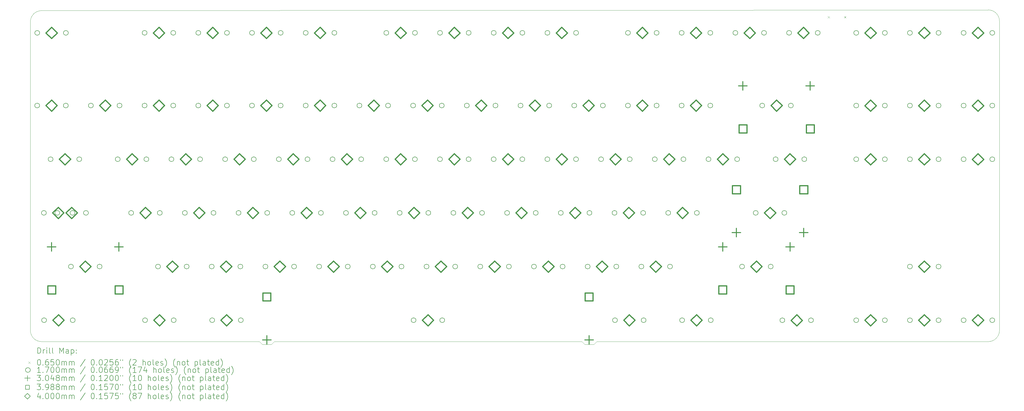
<source format=gbr>
%TF.GenerationSoftware,KiCad,Pcbnew,8.99.0-2206-gee77d06be7*%
%TF.CreationDate,2024-10-02T02:55:51+07:00*%
%TF.ProjectId,RadianceTKL,52616469-616e-4636-9554-4b4c2e6b6963,rev?*%
%TF.SameCoordinates,Original*%
%TF.FileFunction,Drillmap*%
%TF.FilePolarity,Positive*%
%FSLAX45Y45*%
G04 Gerber Fmt 4.5, Leading zero omitted, Abs format (unit mm)*
G04 Created by KiCad (PCBNEW 8.99.0-2206-gee77d06be7) date 2024-10-02 02:55:51*
%MOMM*%
%LPD*%
G01*
G04 APERTURE LIST*
%ADD10C,0.050000*%
%ADD11C,0.200000*%
%ADD12C,0.100000*%
%ADD13C,0.170000*%
%ADD14C,0.304800*%
%ADD15C,0.398780*%
%ADD16C,0.400000*%
G04 APERTURE END LIST*
D10*
X74250000Y71275000D02*
G75*
G02*
X74650000Y71675000I400000J0D01*
G01*
X74650000Y59925000D02*
G75*
G02*
X74250000Y60325000I0J400000D01*
G01*
X108625000Y60325000D02*
G75*
G02*
X108225000Y59925000I-400000J0D01*
G01*
X108225000Y71700000D02*
G75*
G02*
X108625000Y71300000I0J-400000D01*
G01*
X74650000Y59925000D02*
X82375000Y59925000D01*
X108625000Y60325000D02*
X108625000Y71300000D01*
X74250000Y71275000D02*
X74250000Y60325000D01*
X108225000Y71700000D02*
X74650000Y71675000D01*
X82900000Y59925000D02*
X93812500Y59925000D01*
X82475000Y59825000D02*
X82800000Y59825000D01*
X93912500Y59825000D02*
X93812500Y59925000D01*
X82475000Y59825000D02*
X82375000Y59925000D01*
X94337500Y59925000D02*
X108225000Y59925000D01*
X94237500Y59825000D02*
X94337500Y59925000D01*
X82800000Y59825000D02*
X82900000Y59925000D01*
X93912500Y59825000D02*
X94237500Y59825000D01*
D11*
D12*
X102538500Y71476000D02*
X102603500Y71411000D01*
X102603500Y71476000D02*
X102538500Y71411000D01*
X103116500Y71476000D02*
X103181500Y71411000D01*
X103181500Y71476000D02*
X103116500Y71411000D01*
D13*
X74576000Y68306000D02*
G75*
G02*
X74406000Y68306000I-85000J0D01*
G01*
X74406000Y68306000D02*
G75*
G02*
X74576000Y68306000I85000J0D01*
G01*
X74578000Y70885000D02*
G75*
G02*
X74408000Y70885000I-85000J0D01*
G01*
X74408000Y70885000D02*
G75*
G02*
X74578000Y70885000I85000J0D01*
G01*
X74814100Y64496000D02*
G75*
G02*
X74644100Y64496000I-85000J0D01*
G01*
X74644100Y64496000D02*
G75*
G02*
X74814100Y64496000I85000J0D01*
G01*
X74821000Y60687000D02*
G75*
G02*
X74651000Y60687000I-85000J0D01*
G01*
X74651000Y60687000D02*
G75*
G02*
X74821000Y60687000I85000J0D01*
G01*
X75052300Y66401000D02*
G75*
G02*
X74882300Y66401000I-85000J0D01*
G01*
X74882300Y66401000D02*
G75*
G02*
X75052300Y66401000I85000J0D01*
G01*
X75290400Y64496000D02*
G75*
G02*
X75120400Y64496000I-85000J0D01*
G01*
X75120400Y64496000D02*
G75*
G02*
X75290400Y64496000I85000J0D01*
G01*
X75592000Y68306000D02*
G75*
G02*
X75422000Y68306000I-85000J0D01*
G01*
X75422000Y68306000D02*
G75*
G02*
X75592000Y68306000I85000J0D01*
G01*
X75594000Y70885000D02*
G75*
G02*
X75424000Y70885000I-85000J0D01*
G01*
X75424000Y70885000D02*
G75*
G02*
X75594000Y70885000I85000J0D01*
G01*
X75774060Y62591000D02*
G75*
G02*
X75604060Y62591000I-85000J0D01*
G01*
X75604060Y62591000D02*
G75*
G02*
X75774060Y62591000I85000J0D01*
G01*
X75830100Y64496000D02*
G75*
G02*
X75660100Y64496000I-85000J0D01*
G01*
X75660100Y64496000D02*
G75*
G02*
X75830100Y64496000I85000J0D01*
G01*
X75837000Y60687000D02*
G75*
G02*
X75667000Y60687000I-85000J0D01*
G01*
X75667000Y60687000D02*
G75*
G02*
X75837000Y60687000I85000J0D01*
G01*
X76068300Y66401000D02*
G75*
G02*
X75898300Y66401000I-85000J0D01*
G01*
X75898300Y66401000D02*
G75*
G02*
X76068300Y66401000I85000J0D01*
G01*
X76306400Y64496000D02*
G75*
G02*
X76136400Y64496000I-85000J0D01*
G01*
X76136400Y64496000D02*
G75*
G02*
X76306400Y64496000I85000J0D01*
G01*
X76481000Y68306000D02*
G75*
G02*
X76311000Y68306000I-85000J0D01*
G01*
X76311000Y68306000D02*
G75*
G02*
X76481000Y68306000I85000J0D01*
G01*
X76790060Y62591000D02*
G75*
G02*
X76620060Y62591000I-85000J0D01*
G01*
X76620060Y62591000D02*
G75*
G02*
X76790060Y62591000I85000J0D01*
G01*
X77433500Y66401000D02*
G75*
G02*
X77263500Y66401000I-85000J0D01*
G01*
X77263500Y66401000D02*
G75*
G02*
X77433500Y66401000I85000J0D01*
G01*
X77497000Y68306000D02*
G75*
G02*
X77327000Y68306000I-85000J0D01*
G01*
X77327000Y68306000D02*
G75*
G02*
X77497000Y68306000I85000J0D01*
G01*
X77909750Y64496000D02*
G75*
G02*
X77739750Y64496000I-85000J0D01*
G01*
X77739750Y64496000D02*
G75*
G02*
X77909750Y64496000I85000J0D01*
G01*
X78386000Y68306000D02*
G75*
G02*
X78216000Y68306000I-85000J0D01*
G01*
X78216000Y68306000D02*
G75*
G02*
X78386000Y68306000I85000J0D01*
G01*
X78387000Y70886000D02*
G75*
G02*
X78217000Y70886000I-85000J0D01*
G01*
X78217000Y70886000D02*
G75*
G02*
X78387000Y70886000I85000J0D01*
G01*
X78402400Y60687000D02*
G75*
G02*
X78232400Y60687000I-85000J0D01*
G01*
X78232400Y60687000D02*
G75*
G02*
X78402400Y60687000I85000J0D01*
G01*
X78449500Y66401000D02*
G75*
G02*
X78279500Y66401000I-85000J0D01*
G01*
X78279500Y66401000D02*
G75*
G02*
X78449500Y66401000I85000J0D01*
G01*
X78862250Y62591000D02*
G75*
G02*
X78692250Y62591000I-85000J0D01*
G01*
X78692250Y62591000D02*
G75*
G02*
X78862250Y62591000I85000J0D01*
G01*
X78925750Y64496000D02*
G75*
G02*
X78755750Y64496000I-85000J0D01*
G01*
X78755750Y64496000D02*
G75*
G02*
X78925750Y64496000I85000J0D01*
G01*
X79338500Y66401000D02*
G75*
G02*
X79168500Y66401000I-85000J0D01*
G01*
X79168500Y66401000D02*
G75*
G02*
X79338500Y66401000I85000J0D01*
G01*
X79402000Y68306000D02*
G75*
G02*
X79232000Y68306000I-85000J0D01*
G01*
X79232000Y68306000D02*
G75*
G02*
X79402000Y68306000I85000J0D01*
G01*
X79403000Y70886000D02*
G75*
G02*
X79233000Y70886000I-85000J0D01*
G01*
X79233000Y70886000D02*
G75*
G02*
X79403000Y70886000I85000J0D01*
G01*
X79418400Y60687000D02*
G75*
G02*
X79248400Y60687000I-85000J0D01*
G01*
X79248400Y60687000D02*
G75*
G02*
X79418400Y60687000I85000J0D01*
G01*
X79814750Y64496000D02*
G75*
G02*
X79644750Y64496000I-85000J0D01*
G01*
X79644750Y64496000D02*
G75*
G02*
X79814750Y64496000I85000J0D01*
G01*
X79878250Y62591000D02*
G75*
G02*
X79708250Y62591000I-85000J0D01*
G01*
X79708250Y62591000D02*
G75*
G02*
X79878250Y62591000I85000J0D01*
G01*
X80291000Y68306000D02*
G75*
G02*
X80121000Y68306000I-85000J0D01*
G01*
X80121000Y68306000D02*
G75*
G02*
X80291000Y68306000I85000J0D01*
G01*
X80292000Y70886000D02*
G75*
G02*
X80122000Y70886000I-85000J0D01*
G01*
X80122000Y70886000D02*
G75*
G02*
X80292000Y70886000I85000J0D01*
G01*
X80354500Y66401000D02*
G75*
G02*
X80184500Y66401000I-85000J0D01*
G01*
X80184500Y66401000D02*
G75*
G02*
X80354500Y66401000I85000J0D01*
G01*
X80767250Y62591000D02*
G75*
G02*
X80597250Y62591000I-85000J0D01*
G01*
X80597250Y62591000D02*
G75*
G02*
X80767250Y62591000I85000J0D01*
G01*
X80783650Y60687000D02*
G75*
G02*
X80613650Y60687000I-85000J0D01*
G01*
X80613650Y60687000D02*
G75*
G02*
X80783650Y60687000I85000J0D01*
G01*
X80830750Y64496000D02*
G75*
G02*
X80660750Y64496000I-85000J0D01*
G01*
X80660750Y64496000D02*
G75*
G02*
X80830750Y64496000I85000J0D01*
G01*
X81243500Y66401000D02*
G75*
G02*
X81073500Y66401000I-85000J0D01*
G01*
X81073500Y66401000D02*
G75*
G02*
X81243500Y66401000I85000J0D01*
G01*
X81307000Y68306000D02*
G75*
G02*
X81137000Y68306000I-85000J0D01*
G01*
X81137000Y68306000D02*
G75*
G02*
X81307000Y68306000I85000J0D01*
G01*
X81308000Y70886000D02*
G75*
G02*
X81138000Y70886000I-85000J0D01*
G01*
X81138000Y70886000D02*
G75*
G02*
X81308000Y70886000I85000J0D01*
G01*
X81719750Y64496000D02*
G75*
G02*
X81549750Y64496000I-85000J0D01*
G01*
X81549750Y64496000D02*
G75*
G02*
X81719750Y64496000I85000J0D01*
G01*
X81783250Y62591000D02*
G75*
G02*
X81613250Y62591000I-85000J0D01*
G01*
X81613250Y62591000D02*
G75*
G02*
X81783250Y62591000I85000J0D01*
G01*
X81799650Y60687000D02*
G75*
G02*
X81629650Y60687000I-85000J0D01*
G01*
X81629650Y60687000D02*
G75*
G02*
X81799650Y60687000I85000J0D01*
G01*
X82196000Y68306000D02*
G75*
G02*
X82026000Y68306000I-85000J0D01*
G01*
X82026000Y68306000D02*
G75*
G02*
X82196000Y68306000I85000J0D01*
G01*
X82197000Y70886000D02*
G75*
G02*
X82027000Y70886000I-85000J0D01*
G01*
X82027000Y70886000D02*
G75*
G02*
X82197000Y70886000I85000J0D01*
G01*
X82259500Y66401000D02*
G75*
G02*
X82089500Y66401000I-85000J0D01*
G01*
X82089500Y66401000D02*
G75*
G02*
X82259500Y66401000I85000J0D01*
G01*
X82672250Y62591000D02*
G75*
G02*
X82502250Y62591000I-85000J0D01*
G01*
X82502250Y62591000D02*
G75*
G02*
X82672250Y62591000I85000J0D01*
G01*
X82735750Y64496000D02*
G75*
G02*
X82565750Y64496000I-85000J0D01*
G01*
X82565750Y64496000D02*
G75*
G02*
X82735750Y64496000I85000J0D01*
G01*
X83148500Y66401000D02*
G75*
G02*
X82978500Y66401000I-85000J0D01*
G01*
X82978500Y66401000D02*
G75*
G02*
X83148500Y66401000I85000J0D01*
G01*
X83212000Y68306000D02*
G75*
G02*
X83042000Y68306000I-85000J0D01*
G01*
X83042000Y68306000D02*
G75*
G02*
X83212000Y68306000I85000J0D01*
G01*
X83213000Y70886000D02*
G75*
G02*
X83043000Y70886000I-85000J0D01*
G01*
X83043000Y70886000D02*
G75*
G02*
X83213000Y70886000I85000J0D01*
G01*
X83624750Y64496000D02*
G75*
G02*
X83454750Y64496000I-85000J0D01*
G01*
X83454750Y64496000D02*
G75*
G02*
X83624750Y64496000I85000J0D01*
G01*
X83688250Y62591000D02*
G75*
G02*
X83518250Y62591000I-85000J0D01*
G01*
X83518250Y62591000D02*
G75*
G02*
X83688250Y62591000I85000J0D01*
G01*
X84101000Y68306000D02*
G75*
G02*
X83931000Y68306000I-85000J0D01*
G01*
X83931000Y68306000D02*
G75*
G02*
X84101000Y68306000I85000J0D01*
G01*
X84102000Y70886000D02*
G75*
G02*
X83932000Y70886000I-85000J0D01*
G01*
X83932000Y70886000D02*
G75*
G02*
X84102000Y70886000I85000J0D01*
G01*
X84164500Y66401000D02*
G75*
G02*
X83994500Y66401000I-85000J0D01*
G01*
X83994500Y66401000D02*
G75*
G02*
X84164500Y66401000I85000J0D01*
G01*
X84577250Y62591000D02*
G75*
G02*
X84407250Y62591000I-85000J0D01*
G01*
X84407250Y62591000D02*
G75*
G02*
X84577250Y62591000I85000J0D01*
G01*
X84640750Y64496000D02*
G75*
G02*
X84470750Y64496000I-85000J0D01*
G01*
X84470750Y64496000D02*
G75*
G02*
X84640750Y64496000I85000J0D01*
G01*
X85053500Y66401000D02*
G75*
G02*
X84883500Y66401000I-85000J0D01*
G01*
X84883500Y66401000D02*
G75*
G02*
X85053500Y66401000I85000J0D01*
G01*
X85117000Y68306000D02*
G75*
G02*
X84947000Y68306000I-85000J0D01*
G01*
X84947000Y68306000D02*
G75*
G02*
X85117000Y68306000I85000J0D01*
G01*
X85118000Y70886000D02*
G75*
G02*
X84948000Y70886000I-85000J0D01*
G01*
X84948000Y70886000D02*
G75*
G02*
X85118000Y70886000I85000J0D01*
G01*
X85529750Y64496000D02*
G75*
G02*
X85359750Y64496000I-85000J0D01*
G01*
X85359750Y64496000D02*
G75*
G02*
X85529750Y64496000I85000J0D01*
G01*
X85593250Y62591000D02*
G75*
G02*
X85423250Y62591000I-85000J0D01*
G01*
X85423250Y62591000D02*
G75*
G02*
X85593250Y62591000I85000J0D01*
G01*
X86006000Y68306000D02*
G75*
G02*
X85836000Y68306000I-85000J0D01*
G01*
X85836000Y68306000D02*
G75*
G02*
X86006000Y68306000I85000J0D01*
G01*
X86069500Y66401000D02*
G75*
G02*
X85899500Y66401000I-85000J0D01*
G01*
X85899500Y66401000D02*
G75*
G02*
X86069500Y66401000I85000J0D01*
G01*
X86482250Y62591000D02*
G75*
G02*
X86312250Y62591000I-85000J0D01*
G01*
X86312250Y62591000D02*
G75*
G02*
X86482250Y62591000I85000J0D01*
G01*
X86545750Y64496000D02*
G75*
G02*
X86375750Y64496000I-85000J0D01*
G01*
X86375750Y64496000D02*
G75*
G02*
X86545750Y64496000I85000J0D01*
G01*
X86958500Y66401000D02*
G75*
G02*
X86788500Y66401000I-85000J0D01*
G01*
X86788500Y66401000D02*
G75*
G02*
X86958500Y66401000I85000J0D01*
G01*
X86960000Y70886000D02*
G75*
G02*
X86790000Y70886000I-85000J0D01*
G01*
X86790000Y70886000D02*
G75*
G02*
X86960000Y70886000I85000J0D01*
G01*
X87022000Y68306000D02*
G75*
G02*
X86852000Y68306000I-85000J0D01*
G01*
X86852000Y68306000D02*
G75*
G02*
X87022000Y68306000I85000J0D01*
G01*
X87434750Y64496000D02*
G75*
G02*
X87264750Y64496000I-85000J0D01*
G01*
X87264750Y64496000D02*
G75*
G02*
X87434750Y64496000I85000J0D01*
G01*
X87498250Y62591000D02*
G75*
G02*
X87328250Y62591000I-85000J0D01*
G01*
X87328250Y62591000D02*
G75*
G02*
X87498250Y62591000I85000J0D01*
G01*
X87911000Y68306000D02*
G75*
G02*
X87741000Y68306000I-85000J0D01*
G01*
X87741000Y68306000D02*
G75*
G02*
X87911000Y68306000I85000J0D01*
G01*
X87927400Y60687000D02*
G75*
G02*
X87757400Y60687000I-85000J0D01*
G01*
X87757400Y60687000D02*
G75*
G02*
X87927400Y60687000I85000J0D01*
G01*
X87974500Y66401000D02*
G75*
G02*
X87804500Y66401000I-85000J0D01*
G01*
X87804500Y66401000D02*
G75*
G02*
X87974500Y66401000I85000J0D01*
G01*
X87976000Y70886000D02*
G75*
G02*
X87806000Y70886000I-85000J0D01*
G01*
X87806000Y70886000D02*
G75*
G02*
X87976000Y70886000I85000J0D01*
G01*
X88387250Y62591000D02*
G75*
G02*
X88217250Y62591000I-85000J0D01*
G01*
X88217250Y62591000D02*
G75*
G02*
X88387250Y62591000I85000J0D01*
G01*
X88450750Y64496000D02*
G75*
G02*
X88280750Y64496000I-85000J0D01*
G01*
X88280750Y64496000D02*
G75*
G02*
X88450750Y64496000I85000J0D01*
G01*
X88863500Y66401000D02*
G75*
G02*
X88693500Y66401000I-85000J0D01*
G01*
X88693500Y66401000D02*
G75*
G02*
X88863500Y66401000I85000J0D01*
G01*
X88865000Y70886000D02*
G75*
G02*
X88695000Y70886000I-85000J0D01*
G01*
X88695000Y70886000D02*
G75*
G02*
X88865000Y70886000I85000J0D01*
G01*
X88927000Y68306000D02*
G75*
G02*
X88757000Y68306000I-85000J0D01*
G01*
X88757000Y68306000D02*
G75*
G02*
X88927000Y68306000I85000J0D01*
G01*
X88943400Y60687000D02*
G75*
G02*
X88773400Y60687000I-85000J0D01*
G01*
X88773400Y60687000D02*
G75*
G02*
X88943400Y60687000I85000J0D01*
G01*
X89339750Y64496000D02*
G75*
G02*
X89169750Y64496000I-85000J0D01*
G01*
X89169750Y64496000D02*
G75*
G02*
X89339750Y64496000I85000J0D01*
G01*
X89403250Y62591000D02*
G75*
G02*
X89233250Y62591000I-85000J0D01*
G01*
X89233250Y62591000D02*
G75*
G02*
X89403250Y62591000I85000J0D01*
G01*
X89816000Y68306000D02*
G75*
G02*
X89646000Y68306000I-85000J0D01*
G01*
X89646000Y68306000D02*
G75*
G02*
X89816000Y68306000I85000J0D01*
G01*
X89879500Y66401000D02*
G75*
G02*
X89709500Y66401000I-85000J0D01*
G01*
X89709500Y66401000D02*
G75*
G02*
X89879500Y66401000I85000J0D01*
G01*
X89881000Y70886000D02*
G75*
G02*
X89711000Y70886000I-85000J0D01*
G01*
X89711000Y70886000D02*
G75*
G02*
X89881000Y70886000I85000J0D01*
G01*
X90292250Y62591000D02*
G75*
G02*
X90122250Y62591000I-85000J0D01*
G01*
X90122250Y62591000D02*
G75*
G02*
X90292250Y62591000I85000J0D01*
G01*
X90355750Y64496000D02*
G75*
G02*
X90185750Y64496000I-85000J0D01*
G01*
X90185750Y64496000D02*
G75*
G02*
X90355750Y64496000I85000J0D01*
G01*
X90768500Y66401000D02*
G75*
G02*
X90598500Y66401000I-85000J0D01*
G01*
X90598500Y66401000D02*
G75*
G02*
X90768500Y66401000I85000J0D01*
G01*
X90770000Y70886000D02*
G75*
G02*
X90600000Y70886000I-85000J0D01*
G01*
X90600000Y70886000D02*
G75*
G02*
X90770000Y70886000I85000J0D01*
G01*
X90832000Y68306000D02*
G75*
G02*
X90662000Y68306000I-85000J0D01*
G01*
X90662000Y68306000D02*
G75*
G02*
X90832000Y68306000I85000J0D01*
G01*
X91244750Y64496000D02*
G75*
G02*
X91074750Y64496000I-85000J0D01*
G01*
X91074750Y64496000D02*
G75*
G02*
X91244750Y64496000I85000J0D01*
G01*
X91308250Y62591000D02*
G75*
G02*
X91138250Y62591000I-85000J0D01*
G01*
X91138250Y62591000D02*
G75*
G02*
X91308250Y62591000I85000J0D01*
G01*
X91721000Y68306000D02*
G75*
G02*
X91551000Y68306000I-85000J0D01*
G01*
X91551000Y68306000D02*
G75*
G02*
X91721000Y68306000I85000J0D01*
G01*
X91784500Y66401000D02*
G75*
G02*
X91614500Y66401000I-85000J0D01*
G01*
X91614500Y66401000D02*
G75*
G02*
X91784500Y66401000I85000J0D01*
G01*
X91786000Y70886000D02*
G75*
G02*
X91616000Y70886000I-85000J0D01*
G01*
X91616000Y70886000D02*
G75*
G02*
X91786000Y70886000I85000J0D01*
G01*
X92197250Y62591000D02*
G75*
G02*
X92027250Y62591000I-85000J0D01*
G01*
X92027250Y62591000D02*
G75*
G02*
X92197250Y62591000I85000J0D01*
G01*
X92260750Y64496000D02*
G75*
G02*
X92090750Y64496000I-85000J0D01*
G01*
X92090750Y64496000D02*
G75*
G02*
X92260750Y64496000I85000J0D01*
G01*
X92673500Y66401000D02*
G75*
G02*
X92503500Y66401000I-85000J0D01*
G01*
X92503500Y66401000D02*
G75*
G02*
X92673500Y66401000I85000J0D01*
G01*
X92675000Y70886000D02*
G75*
G02*
X92505000Y70886000I-85000J0D01*
G01*
X92505000Y70886000D02*
G75*
G02*
X92675000Y70886000I85000J0D01*
G01*
X92737000Y68306000D02*
G75*
G02*
X92567000Y68306000I-85000J0D01*
G01*
X92567000Y68306000D02*
G75*
G02*
X92737000Y68306000I85000J0D01*
G01*
X93149750Y64496000D02*
G75*
G02*
X92979750Y64496000I-85000J0D01*
G01*
X92979750Y64496000D02*
G75*
G02*
X93149750Y64496000I85000J0D01*
G01*
X93213250Y62591000D02*
G75*
G02*
X93043250Y62591000I-85000J0D01*
G01*
X93043250Y62591000D02*
G75*
G02*
X93213250Y62591000I85000J0D01*
G01*
X93626000Y68306000D02*
G75*
G02*
X93456000Y68306000I-85000J0D01*
G01*
X93456000Y68306000D02*
G75*
G02*
X93626000Y68306000I85000J0D01*
G01*
X93689500Y66401000D02*
G75*
G02*
X93519500Y66401000I-85000J0D01*
G01*
X93519500Y66401000D02*
G75*
G02*
X93689500Y66401000I85000J0D01*
G01*
X93691000Y70886000D02*
G75*
G02*
X93521000Y70886000I-85000J0D01*
G01*
X93521000Y70886000D02*
G75*
G02*
X93691000Y70886000I85000J0D01*
G01*
X94102250Y62591000D02*
G75*
G02*
X93932250Y62591000I-85000J0D01*
G01*
X93932250Y62591000D02*
G75*
G02*
X94102250Y62591000I85000J0D01*
G01*
X94165750Y64496000D02*
G75*
G02*
X93995750Y64496000I-85000J0D01*
G01*
X93995750Y64496000D02*
G75*
G02*
X94165750Y64496000I85000J0D01*
G01*
X94578500Y66401000D02*
G75*
G02*
X94408500Y66401000I-85000J0D01*
G01*
X94408500Y66401000D02*
G75*
G02*
X94578500Y66401000I85000J0D01*
G01*
X94642000Y68306000D02*
G75*
G02*
X94472000Y68306000I-85000J0D01*
G01*
X94472000Y68306000D02*
G75*
G02*
X94642000Y68306000I85000J0D01*
G01*
X95054750Y64496000D02*
G75*
G02*
X94884750Y64496000I-85000J0D01*
G01*
X94884750Y64496000D02*
G75*
G02*
X95054750Y64496000I85000J0D01*
G01*
X95071150Y60687000D02*
G75*
G02*
X94901150Y60687000I-85000J0D01*
G01*
X94901150Y60687000D02*
G75*
G02*
X95071150Y60687000I85000J0D01*
G01*
X95118250Y62591000D02*
G75*
G02*
X94948250Y62591000I-85000J0D01*
G01*
X94948250Y62591000D02*
G75*
G02*
X95118250Y62591000I85000J0D01*
G01*
X95531000Y68306000D02*
G75*
G02*
X95361000Y68306000I-85000J0D01*
G01*
X95361000Y68306000D02*
G75*
G02*
X95531000Y68306000I85000J0D01*
G01*
X95532000Y70886000D02*
G75*
G02*
X95362000Y70886000I-85000J0D01*
G01*
X95362000Y70886000D02*
G75*
G02*
X95532000Y70886000I85000J0D01*
G01*
X95594500Y66401000D02*
G75*
G02*
X95424500Y66401000I-85000J0D01*
G01*
X95424500Y66401000D02*
G75*
G02*
X95594500Y66401000I85000J0D01*
G01*
X96007250Y62591000D02*
G75*
G02*
X95837250Y62591000I-85000J0D01*
G01*
X95837250Y62591000D02*
G75*
G02*
X96007250Y62591000I85000J0D01*
G01*
X96070750Y64496000D02*
G75*
G02*
X95900750Y64496000I-85000J0D01*
G01*
X95900750Y64496000D02*
G75*
G02*
X96070750Y64496000I85000J0D01*
G01*
X96087150Y60687000D02*
G75*
G02*
X95917150Y60687000I-85000J0D01*
G01*
X95917150Y60687000D02*
G75*
G02*
X96087150Y60687000I85000J0D01*
G01*
X96483500Y66401000D02*
G75*
G02*
X96313500Y66401000I-85000J0D01*
G01*
X96313500Y66401000D02*
G75*
G02*
X96483500Y66401000I85000J0D01*
G01*
X96547000Y68306000D02*
G75*
G02*
X96377000Y68306000I-85000J0D01*
G01*
X96377000Y68306000D02*
G75*
G02*
X96547000Y68306000I85000J0D01*
G01*
X96548000Y70886000D02*
G75*
G02*
X96378000Y70886000I-85000J0D01*
G01*
X96378000Y70886000D02*
G75*
G02*
X96548000Y70886000I85000J0D01*
G01*
X96959750Y64496000D02*
G75*
G02*
X96789750Y64496000I-85000J0D01*
G01*
X96789750Y64496000D02*
G75*
G02*
X96959750Y64496000I85000J0D01*
G01*
X97023250Y62591000D02*
G75*
G02*
X96853250Y62591000I-85000J0D01*
G01*
X96853250Y62591000D02*
G75*
G02*
X97023250Y62591000I85000J0D01*
G01*
X97436000Y68306000D02*
G75*
G02*
X97266000Y68306000I-85000J0D01*
G01*
X97266000Y68306000D02*
G75*
G02*
X97436000Y68306000I85000J0D01*
G01*
X97437000Y70886000D02*
G75*
G02*
X97267000Y70886000I-85000J0D01*
G01*
X97267000Y70886000D02*
G75*
G02*
X97437000Y70886000I85000J0D01*
G01*
X97452400Y60687000D02*
G75*
G02*
X97282400Y60687000I-85000J0D01*
G01*
X97282400Y60687000D02*
G75*
G02*
X97452400Y60687000I85000J0D01*
G01*
X97499500Y66401000D02*
G75*
G02*
X97329500Y66401000I-85000J0D01*
G01*
X97329500Y66401000D02*
G75*
G02*
X97499500Y66401000I85000J0D01*
G01*
X97975750Y64496000D02*
G75*
G02*
X97805750Y64496000I-85000J0D01*
G01*
X97805750Y64496000D02*
G75*
G02*
X97975750Y64496000I85000J0D01*
G01*
X98388500Y66401000D02*
G75*
G02*
X98218500Y66401000I-85000J0D01*
G01*
X98218500Y66401000D02*
G75*
G02*
X98388500Y66401000I85000J0D01*
G01*
X98452000Y68306000D02*
G75*
G02*
X98282000Y68306000I-85000J0D01*
G01*
X98282000Y68306000D02*
G75*
G02*
X98452000Y68306000I85000J0D01*
G01*
X98453000Y70886000D02*
G75*
G02*
X98283000Y70886000I-85000J0D01*
G01*
X98283000Y70886000D02*
G75*
G02*
X98453000Y70886000I85000J0D01*
G01*
X98468400Y60687000D02*
G75*
G02*
X98298400Y60687000I-85000J0D01*
G01*
X98298400Y60687000D02*
G75*
G02*
X98468400Y60687000I85000J0D01*
G01*
X99342000Y70886000D02*
G75*
G02*
X99172000Y70886000I-85000J0D01*
G01*
X99172000Y70886000D02*
G75*
G02*
X99342000Y70886000I85000J0D01*
G01*
X99404500Y66401000D02*
G75*
G02*
X99234500Y66401000I-85000J0D01*
G01*
X99234500Y66401000D02*
G75*
G02*
X99404500Y66401000I85000J0D01*
G01*
X99579150Y62591000D02*
G75*
G02*
X99409150Y62591000I-85000J0D01*
G01*
X99409150Y62591000D02*
G75*
G02*
X99579150Y62591000I85000J0D01*
G01*
X100062810Y64496000D02*
G75*
G02*
X99892810Y64496000I-85000J0D01*
G01*
X99892810Y64496000D02*
G75*
G02*
X100062810Y64496000I85000J0D01*
G01*
X100293500Y68306000D02*
G75*
G02*
X100123500Y68306000I-85000J0D01*
G01*
X100123500Y68306000D02*
G75*
G02*
X100293500Y68306000I85000J0D01*
G01*
X100358000Y70886000D02*
G75*
G02*
X100188000Y70886000I-85000J0D01*
G01*
X100188000Y70886000D02*
G75*
G02*
X100358000Y70886000I85000J0D01*
G01*
X100595150Y62591000D02*
G75*
G02*
X100425150Y62591000I-85000J0D01*
G01*
X100425150Y62591000D02*
G75*
G02*
X100595150Y62591000I85000J0D01*
G01*
X100769800Y66401000D02*
G75*
G02*
X100599800Y66401000I-85000J0D01*
G01*
X100599800Y66401000D02*
G75*
G02*
X100769800Y66401000I85000J0D01*
G01*
X101008000Y60685000D02*
G75*
G02*
X100838000Y60685000I-85000J0D01*
G01*
X100838000Y60685000D02*
G75*
G02*
X101008000Y60685000I85000J0D01*
G01*
X101078810Y64496000D02*
G75*
G02*
X100908810Y64496000I-85000J0D01*
G01*
X100908810Y64496000D02*
G75*
G02*
X101078810Y64496000I85000J0D01*
G01*
X101247000Y70886000D02*
G75*
G02*
X101077000Y70886000I-85000J0D01*
G01*
X101077000Y70886000D02*
G75*
G02*
X101247000Y70886000I85000J0D01*
G01*
X101309500Y68306000D02*
G75*
G02*
X101139500Y68306000I-85000J0D01*
G01*
X101139500Y68306000D02*
G75*
G02*
X101309500Y68306000I85000J0D01*
G01*
X101785800Y66401000D02*
G75*
G02*
X101615800Y66401000I-85000J0D01*
G01*
X101615800Y66401000D02*
G75*
G02*
X101785800Y66401000I85000J0D01*
G01*
X102024000Y60685000D02*
G75*
G02*
X101854000Y60685000I-85000J0D01*
G01*
X101854000Y60685000D02*
G75*
G02*
X102024000Y60685000I85000J0D01*
G01*
X102263000Y70886000D02*
G75*
G02*
X102093000Y70886000I-85000J0D01*
G01*
X102093000Y70886000D02*
G75*
G02*
X102263000Y70886000I85000J0D01*
G01*
X103628000Y70885000D02*
G75*
G02*
X103458000Y70885000I-85000J0D01*
G01*
X103458000Y70885000D02*
G75*
G02*
X103628000Y70885000I85000J0D01*
G01*
X103628000Y68305000D02*
G75*
G02*
X103458000Y68305000I-85000J0D01*
G01*
X103458000Y68305000D02*
G75*
G02*
X103628000Y68305000I85000J0D01*
G01*
X103628000Y66400000D02*
G75*
G02*
X103458000Y66400000I-85000J0D01*
G01*
X103458000Y66400000D02*
G75*
G02*
X103628000Y66400000I85000J0D01*
G01*
X103628000Y60686000D02*
G75*
G02*
X103458000Y60686000I-85000J0D01*
G01*
X103458000Y60686000D02*
G75*
G02*
X103628000Y60686000I85000J0D01*
G01*
X104644000Y70885000D02*
G75*
G02*
X104474000Y70885000I-85000J0D01*
G01*
X104474000Y70885000D02*
G75*
G02*
X104644000Y70885000I85000J0D01*
G01*
X104644000Y68305000D02*
G75*
G02*
X104474000Y68305000I-85000J0D01*
G01*
X104474000Y68305000D02*
G75*
G02*
X104644000Y68305000I85000J0D01*
G01*
X104644000Y66400000D02*
G75*
G02*
X104474000Y66400000I-85000J0D01*
G01*
X104474000Y66400000D02*
G75*
G02*
X104644000Y66400000I85000J0D01*
G01*
X104644000Y60686000D02*
G75*
G02*
X104474000Y60686000I-85000J0D01*
G01*
X104474000Y60686000D02*
G75*
G02*
X104644000Y60686000I85000J0D01*
G01*
X105533000Y70885000D02*
G75*
G02*
X105363000Y70885000I-85000J0D01*
G01*
X105363000Y70885000D02*
G75*
G02*
X105533000Y70885000I85000J0D01*
G01*
X105533000Y68305000D02*
G75*
G02*
X105363000Y68305000I-85000J0D01*
G01*
X105363000Y68305000D02*
G75*
G02*
X105533000Y68305000I85000J0D01*
G01*
X105533000Y66400000D02*
G75*
G02*
X105363000Y66400000I-85000J0D01*
G01*
X105363000Y66400000D02*
G75*
G02*
X105533000Y66400000I85000J0D01*
G01*
X105533000Y62591000D02*
G75*
G02*
X105363000Y62591000I-85000J0D01*
G01*
X105363000Y62591000D02*
G75*
G02*
X105533000Y62591000I85000J0D01*
G01*
X105533000Y60686000D02*
G75*
G02*
X105363000Y60686000I-85000J0D01*
G01*
X105363000Y60686000D02*
G75*
G02*
X105533000Y60686000I85000J0D01*
G01*
X106549000Y70885000D02*
G75*
G02*
X106379000Y70885000I-85000J0D01*
G01*
X106379000Y70885000D02*
G75*
G02*
X106549000Y70885000I85000J0D01*
G01*
X106549000Y68305000D02*
G75*
G02*
X106379000Y68305000I-85000J0D01*
G01*
X106379000Y68305000D02*
G75*
G02*
X106549000Y68305000I85000J0D01*
G01*
X106549000Y66400000D02*
G75*
G02*
X106379000Y66400000I-85000J0D01*
G01*
X106379000Y66400000D02*
G75*
G02*
X106549000Y66400000I85000J0D01*
G01*
X106549000Y62591000D02*
G75*
G02*
X106379000Y62591000I-85000J0D01*
G01*
X106379000Y62591000D02*
G75*
G02*
X106549000Y62591000I85000J0D01*
G01*
X106549000Y60686000D02*
G75*
G02*
X106379000Y60686000I-85000J0D01*
G01*
X106379000Y60686000D02*
G75*
G02*
X106549000Y60686000I85000J0D01*
G01*
X107438000Y70885000D02*
G75*
G02*
X107268000Y70885000I-85000J0D01*
G01*
X107268000Y70885000D02*
G75*
G02*
X107438000Y70885000I85000J0D01*
G01*
X107438000Y68305000D02*
G75*
G02*
X107268000Y68305000I-85000J0D01*
G01*
X107268000Y68305000D02*
G75*
G02*
X107438000Y68305000I85000J0D01*
G01*
X107438000Y66400000D02*
G75*
G02*
X107268000Y66400000I-85000J0D01*
G01*
X107268000Y66400000D02*
G75*
G02*
X107438000Y66400000I85000J0D01*
G01*
X107438000Y60686000D02*
G75*
G02*
X107268000Y60686000I-85000J0D01*
G01*
X107268000Y60686000D02*
G75*
G02*
X107438000Y60686000I85000J0D01*
G01*
X108454000Y70885000D02*
G75*
G02*
X108284000Y70885000I-85000J0D01*
G01*
X108284000Y70885000D02*
G75*
G02*
X108454000Y70885000I85000J0D01*
G01*
X108454000Y68305000D02*
G75*
G02*
X108284000Y68305000I-85000J0D01*
G01*
X108284000Y68305000D02*
G75*
G02*
X108454000Y68305000I85000J0D01*
G01*
X108454000Y66400000D02*
G75*
G02*
X108284000Y66400000I-85000J0D01*
G01*
X108284000Y66400000D02*
G75*
G02*
X108454000Y66400000I85000J0D01*
G01*
X108454000Y60686000D02*
G75*
G02*
X108284000Y60686000I-85000J0D01*
G01*
X108284000Y60686000D02*
G75*
G02*
X108454000Y60686000I85000J0D01*
G01*
D14*
X75003260Y63441900D02*
X75003260Y63137100D01*
X74850860Y63289500D02*
X75155660Y63289500D01*
X77390860Y63441900D02*
X77390860Y63137100D01*
X77238460Y63289500D02*
X77543260Y63289500D01*
X82635400Y60140900D02*
X82635400Y59836100D01*
X82483000Y59988500D02*
X82787800Y59988500D01*
X94065400Y60140900D02*
X94065400Y59836100D01*
X93913000Y59988500D02*
X94217800Y59988500D01*
X98808350Y63441900D02*
X98808350Y63137100D01*
X98655950Y63289500D02*
X98960750Y63289500D01*
X99292010Y63949900D02*
X99292010Y63645100D01*
X99139610Y63797500D02*
X99444410Y63797500D01*
X99522700Y69156900D02*
X99522700Y68852100D01*
X99370300Y69004500D02*
X99675100Y69004500D01*
X101195950Y63441900D02*
X101195950Y63137100D01*
X101043550Y63289500D02*
X101348350Y63289500D01*
X101679610Y63949900D02*
X101679610Y63645100D01*
X101527210Y63797500D02*
X101832010Y63797500D01*
X101910300Y69156900D02*
X101910300Y68852100D01*
X101757900Y69004500D02*
X102062700Y69004500D01*
D15*
X75144251Y61624509D02*
X75144251Y61906491D01*
X74862269Y61906491D01*
X74862269Y61624509D01*
X75144251Y61624509D01*
X77531851Y61624509D02*
X77531851Y61906491D01*
X77249869Y61906491D01*
X77249869Y61624509D01*
X77531851Y61624509D01*
X82776391Y61371509D02*
X82776391Y61653491D01*
X82494409Y61653491D01*
X82494409Y61371509D01*
X82776391Y61371509D01*
X94206391Y61371509D02*
X94206391Y61653491D01*
X93924409Y61653491D01*
X93924409Y61371509D01*
X94206391Y61371509D01*
X98949341Y61624509D02*
X98949341Y61906491D01*
X98667359Y61906491D01*
X98667359Y61624509D01*
X98949341Y61624509D01*
X99433001Y65180509D02*
X99433001Y65462491D01*
X99151019Y65462491D01*
X99151019Y65180509D01*
X99433001Y65180509D01*
X99663691Y67339509D02*
X99663691Y67621491D01*
X99381709Y67621491D01*
X99381709Y67339509D01*
X99663691Y67339509D01*
X101336941Y61624509D02*
X101336941Y61906491D01*
X101054959Y61906491D01*
X101054959Y61624509D01*
X101336941Y61624509D01*
X101820601Y65180509D02*
X101820601Y65462491D01*
X101538619Y65462491D01*
X101538619Y65180509D01*
X101820601Y65180509D01*
X102051291Y67339509D02*
X102051291Y67621491D01*
X101769309Y67621491D01*
X101769309Y67339509D01*
X102051291Y67339509D01*
D16*
X74999000Y68106000D02*
X75199000Y68306000D01*
X74999000Y68506000D01*
X74799000Y68306000D01*
X74999000Y68106000D01*
X75001000Y70685000D02*
X75201000Y70885000D01*
X75001000Y71085000D01*
X74801000Y70885000D01*
X75001000Y70685000D01*
X75237100Y64296000D02*
X75437100Y64496000D01*
X75237100Y64696000D01*
X75037100Y64496000D01*
X75237100Y64296000D01*
X75244000Y60487000D02*
X75444000Y60687000D01*
X75244000Y60887000D01*
X75044000Y60687000D01*
X75244000Y60487000D01*
X75475300Y66201000D02*
X75675300Y66401000D01*
X75475300Y66601000D01*
X75275300Y66401000D01*
X75475300Y66201000D01*
X75713400Y64296000D02*
X75913400Y64496000D01*
X75713400Y64696000D01*
X75513400Y64496000D01*
X75713400Y64296000D01*
X76197060Y62391000D02*
X76397060Y62591000D01*
X76197060Y62791000D01*
X75997060Y62591000D01*
X76197060Y62391000D01*
X76904000Y68106000D02*
X77104000Y68306000D01*
X76904000Y68506000D01*
X76704000Y68306000D01*
X76904000Y68106000D01*
X77856500Y66201000D02*
X78056500Y66401000D01*
X77856500Y66601000D01*
X77656500Y66401000D01*
X77856500Y66201000D01*
X78332750Y64296000D02*
X78532750Y64496000D01*
X78332750Y64696000D01*
X78132750Y64496000D01*
X78332750Y64296000D01*
X78809000Y68106000D02*
X79009000Y68306000D01*
X78809000Y68506000D01*
X78609000Y68306000D01*
X78809000Y68106000D01*
X78810000Y70686000D02*
X79010000Y70886000D01*
X78810000Y71086000D01*
X78610000Y70886000D01*
X78810000Y70686000D01*
X78825400Y60487000D02*
X79025400Y60687000D01*
X78825400Y60887000D01*
X78625400Y60687000D01*
X78825400Y60487000D01*
X79285250Y62391000D02*
X79485250Y62591000D01*
X79285250Y62791000D01*
X79085250Y62591000D01*
X79285250Y62391000D01*
X79761500Y66201000D02*
X79961500Y66401000D01*
X79761500Y66601000D01*
X79561500Y66401000D01*
X79761500Y66201000D01*
X80237750Y64296000D02*
X80437750Y64496000D01*
X80237750Y64696000D01*
X80037750Y64496000D01*
X80237750Y64296000D01*
X80714000Y68106000D02*
X80914000Y68306000D01*
X80714000Y68506000D01*
X80514000Y68306000D01*
X80714000Y68106000D01*
X80715000Y70686000D02*
X80915000Y70886000D01*
X80715000Y71086000D01*
X80515000Y70886000D01*
X80715000Y70686000D01*
X81190250Y62391000D02*
X81390250Y62591000D01*
X81190250Y62791000D01*
X80990250Y62591000D01*
X81190250Y62391000D01*
X81206650Y60487000D02*
X81406650Y60687000D01*
X81206650Y60887000D01*
X81006650Y60687000D01*
X81206650Y60487000D01*
X81666500Y66201000D02*
X81866500Y66401000D01*
X81666500Y66601000D01*
X81466500Y66401000D01*
X81666500Y66201000D01*
X82142750Y64296000D02*
X82342750Y64496000D01*
X82142750Y64696000D01*
X81942750Y64496000D01*
X82142750Y64296000D01*
X82619000Y68106000D02*
X82819000Y68306000D01*
X82619000Y68506000D01*
X82419000Y68306000D01*
X82619000Y68106000D01*
X82620000Y70686000D02*
X82820000Y70886000D01*
X82620000Y71086000D01*
X82420000Y70886000D01*
X82620000Y70686000D01*
X83095250Y62391000D02*
X83295250Y62591000D01*
X83095250Y62791000D01*
X82895250Y62591000D01*
X83095250Y62391000D01*
X83571500Y66201000D02*
X83771500Y66401000D01*
X83571500Y66601000D01*
X83371500Y66401000D01*
X83571500Y66201000D01*
X84047750Y64296000D02*
X84247750Y64496000D01*
X84047750Y64696000D01*
X83847750Y64496000D01*
X84047750Y64296000D01*
X84524000Y68106000D02*
X84724000Y68306000D01*
X84524000Y68506000D01*
X84324000Y68306000D01*
X84524000Y68106000D01*
X84525000Y70686000D02*
X84725000Y70886000D01*
X84525000Y71086000D01*
X84325000Y70886000D01*
X84525000Y70686000D01*
X85000250Y62391000D02*
X85200250Y62591000D01*
X85000250Y62791000D01*
X84800250Y62591000D01*
X85000250Y62391000D01*
X85476500Y66201000D02*
X85676500Y66401000D01*
X85476500Y66601000D01*
X85276500Y66401000D01*
X85476500Y66201000D01*
X85952750Y64296000D02*
X86152750Y64496000D01*
X85952750Y64696000D01*
X85752750Y64496000D01*
X85952750Y64296000D01*
X86429000Y68106000D02*
X86629000Y68306000D01*
X86429000Y68506000D01*
X86229000Y68306000D01*
X86429000Y68106000D01*
X86905250Y62391000D02*
X87105250Y62591000D01*
X86905250Y62791000D01*
X86705250Y62591000D01*
X86905250Y62391000D01*
X87381500Y66201000D02*
X87581500Y66401000D01*
X87381500Y66601000D01*
X87181500Y66401000D01*
X87381500Y66201000D01*
X87383000Y70686000D02*
X87583000Y70886000D01*
X87383000Y71086000D01*
X87183000Y70886000D01*
X87383000Y70686000D01*
X87857750Y64296000D02*
X88057750Y64496000D01*
X87857750Y64696000D01*
X87657750Y64496000D01*
X87857750Y64296000D01*
X88334000Y68106000D02*
X88534000Y68306000D01*
X88334000Y68506000D01*
X88134000Y68306000D01*
X88334000Y68106000D01*
X88350400Y60487000D02*
X88550400Y60687000D01*
X88350400Y60887000D01*
X88150400Y60687000D01*
X88350400Y60487000D01*
X88810250Y62391000D02*
X89010250Y62591000D01*
X88810250Y62791000D01*
X88610250Y62591000D01*
X88810250Y62391000D01*
X89286500Y66201000D02*
X89486500Y66401000D01*
X89286500Y66601000D01*
X89086500Y66401000D01*
X89286500Y66201000D01*
X89288000Y70686000D02*
X89488000Y70886000D01*
X89288000Y71086000D01*
X89088000Y70886000D01*
X89288000Y70686000D01*
X89762750Y64296000D02*
X89962750Y64496000D01*
X89762750Y64696000D01*
X89562750Y64496000D01*
X89762750Y64296000D01*
X90239000Y68106000D02*
X90439000Y68306000D01*
X90239000Y68506000D01*
X90039000Y68306000D01*
X90239000Y68106000D01*
X90715250Y62391000D02*
X90915250Y62591000D01*
X90715250Y62791000D01*
X90515250Y62591000D01*
X90715250Y62391000D01*
X91191500Y66201000D02*
X91391500Y66401000D01*
X91191500Y66601000D01*
X90991500Y66401000D01*
X91191500Y66201000D01*
X91193000Y70686000D02*
X91393000Y70886000D01*
X91193000Y71086000D01*
X90993000Y70886000D01*
X91193000Y70686000D01*
X91667750Y64296000D02*
X91867750Y64496000D01*
X91667750Y64696000D01*
X91467750Y64496000D01*
X91667750Y64296000D01*
X92144000Y68106000D02*
X92344000Y68306000D01*
X92144000Y68506000D01*
X91944000Y68306000D01*
X92144000Y68106000D01*
X92620250Y62391000D02*
X92820250Y62591000D01*
X92620250Y62791000D01*
X92420250Y62591000D01*
X92620250Y62391000D01*
X93096500Y66201000D02*
X93296500Y66401000D01*
X93096500Y66601000D01*
X92896500Y66401000D01*
X93096500Y66201000D01*
X93098000Y70686000D02*
X93298000Y70886000D01*
X93098000Y71086000D01*
X92898000Y70886000D01*
X93098000Y70686000D01*
X93572750Y64296000D02*
X93772750Y64496000D01*
X93572750Y64696000D01*
X93372750Y64496000D01*
X93572750Y64296000D01*
X94049000Y68106000D02*
X94249000Y68306000D01*
X94049000Y68506000D01*
X93849000Y68306000D01*
X94049000Y68106000D01*
X94525250Y62391000D02*
X94725250Y62591000D01*
X94525250Y62791000D01*
X94325250Y62591000D01*
X94525250Y62391000D01*
X95001500Y66201000D02*
X95201500Y66401000D01*
X95001500Y66601000D01*
X94801500Y66401000D01*
X95001500Y66201000D01*
X95477750Y64296000D02*
X95677750Y64496000D01*
X95477750Y64696000D01*
X95277750Y64496000D01*
X95477750Y64296000D01*
X95494150Y60487000D02*
X95694150Y60687000D01*
X95494150Y60887000D01*
X95294150Y60687000D01*
X95494150Y60487000D01*
X95954000Y68106000D02*
X96154000Y68306000D01*
X95954000Y68506000D01*
X95754000Y68306000D01*
X95954000Y68106000D01*
X95955000Y70686000D02*
X96155000Y70886000D01*
X95955000Y71086000D01*
X95755000Y70886000D01*
X95955000Y70686000D01*
X96430250Y62391000D02*
X96630250Y62591000D01*
X96430250Y62791000D01*
X96230250Y62591000D01*
X96430250Y62391000D01*
X96906500Y66201000D02*
X97106500Y66401000D01*
X96906500Y66601000D01*
X96706500Y66401000D01*
X96906500Y66201000D01*
X97382750Y64296000D02*
X97582750Y64496000D01*
X97382750Y64696000D01*
X97182750Y64496000D01*
X97382750Y64296000D01*
X97859000Y68106000D02*
X98059000Y68306000D01*
X97859000Y68506000D01*
X97659000Y68306000D01*
X97859000Y68106000D01*
X97860000Y70686000D02*
X98060000Y70886000D01*
X97860000Y71086000D01*
X97660000Y70886000D01*
X97860000Y70686000D01*
X97875400Y60487000D02*
X98075400Y60687000D01*
X97875400Y60887000D01*
X97675400Y60687000D01*
X97875400Y60487000D01*
X98811500Y66201000D02*
X99011500Y66401000D01*
X98811500Y66601000D01*
X98611500Y66401000D01*
X98811500Y66201000D01*
X99765000Y70686000D02*
X99965000Y70886000D01*
X99765000Y71086000D01*
X99565000Y70886000D01*
X99765000Y70686000D01*
X100002150Y62391000D02*
X100202150Y62591000D01*
X100002150Y62791000D01*
X99802150Y62591000D01*
X100002150Y62391000D01*
X100485810Y64296000D02*
X100685810Y64496000D01*
X100485810Y64696000D01*
X100285810Y64496000D01*
X100485810Y64296000D01*
X100716500Y68106000D02*
X100916500Y68306000D01*
X100716500Y68506000D01*
X100516500Y68306000D01*
X100716500Y68106000D01*
X101192800Y66201000D02*
X101392800Y66401000D01*
X101192800Y66601000D01*
X100992800Y66401000D01*
X101192800Y66201000D01*
X101431000Y60485000D02*
X101631000Y60685000D01*
X101431000Y60885000D01*
X101231000Y60685000D01*
X101431000Y60485000D01*
X101670000Y70686000D02*
X101870000Y70886000D01*
X101670000Y71086000D01*
X101470000Y70886000D01*
X101670000Y70686000D01*
X104051000Y70685000D02*
X104251000Y70885000D01*
X104051000Y71085000D01*
X103851000Y70885000D01*
X104051000Y70685000D01*
X104051000Y68105000D02*
X104251000Y68305000D01*
X104051000Y68505000D01*
X103851000Y68305000D01*
X104051000Y68105000D01*
X104051000Y66200000D02*
X104251000Y66400000D01*
X104051000Y66600000D01*
X103851000Y66400000D01*
X104051000Y66200000D01*
X104051000Y60486000D02*
X104251000Y60686000D01*
X104051000Y60886000D01*
X103851000Y60686000D01*
X104051000Y60486000D01*
X105956000Y70685000D02*
X106156000Y70885000D01*
X105956000Y71085000D01*
X105756000Y70885000D01*
X105956000Y70685000D01*
X105956000Y68105000D02*
X106156000Y68305000D01*
X105956000Y68505000D01*
X105756000Y68305000D01*
X105956000Y68105000D01*
X105956000Y66200000D02*
X106156000Y66400000D01*
X105956000Y66600000D01*
X105756000Y66400000D01*
X105956000Y66200000D01*
X105956000Y62391000D02*
X106156000Y62591000D01*
X105956000Y62791000D01*
X105756000Y62591000D01*
X105956000Y62391000D01*
X105956000Y60486000D02*
X106156000Y60686000D01*
X105956000Y60886000D01*
X105756000Y60686000D01*
X105956000Y60486000D01*
X107861000Y70685000D02*
X108061000Y70885000D01*
X107861000Y71085000D01*
X107661000Y70885000D01*
X107861000Y70685000D01*
X107861000Y68105000D02*
X108061000Y68305000D01*
X107861000Y68505000D01*
X107661000Y68305000D01*
X107861000Y68105000D01*
X107861000Y66200000D02*
X108061000Y66400000D01*
X107861000Y66600000D01*
X107661000Y66400000D01*
X107861000Y66200000D01*
X107861000Y60486000D02*
X108061000Y60686000D01*
X107861000Y60886000D01*
X107661000Y60686000D01*
X107861000Y60486000D01*
D11*
X74508277Y59511016D02*
X74508277Y59711016D01*
X74508277Y59711016D02*
X74555896Y59711016D01*
X74555896Y59711016D02*
X74584467Y59701492D01*
X74584467Y59701492D02*
X74603515Y59682445D01*
X74603515Y59682445D02*
X74613039Y59663397D01*
X74613039Y59663397D02*
X74622563Y59625302D01*
X74622563Y59625302D02*
X74622563Y59596730D01*
X74622563Y59596730D02*
X74613039Y59558635D01*
X74613039Y59558635D02*
X74603515Y59539588D01*
X74603515Y59539588D02*
X74584467Y59520540D01*
X74584467Y59520540D02*
X74555896Y59511016D01*
X74555896Y59511016D02*
X74508277Y59511016D01*
X74708277Y59511016D02*
X74708277Y59644349D01*
X74708277Y59606254D02*
X74717801Y59625302D01*
X74717801Y59625302D02*
X74727324Y59634826D01*
X74727324Y59634826D02*
X74746372Y59644349D01*
X74746372Y59644349D02*
X74765420Y59644349D01*
X74832086Y59511016D02*
X74832086Y59644349D01*
X74832086Y59711016D02*
X74822563Y59701492D01*
X74822563Y59701492D02*
X74832086Y59691968D01*
X74832086Y59691968D02*
X74841610Y59701492D01*
X74841610Y59701492D02*
X74832086Y59711016D01*
X74832086Y59711016D02*
X74832086Y59691968D01*
X74955896Y59511016D02*
X74936848Y59520540D01*
X74936848Y59520540D02*
X74927324Y59539588D01*
X74927324Y59539588D02*
X74927324Y59711016D01*
X75060658Y59511016D02*
X75041610Y59520540D01*
X75041610Y59520540D02*
X75032086Y59539588D01*
X75032086Y59539588D02*
X75032086Y59711016D01*
X75289229Y59511016D02*
X75289229Y59711016D01*
X75289229Y59711016D02*
X75355896Y59568159D01*
X75355896Y59568159D02*
X75422563Y59711016D01*
X75422563Y59711016D02*
X75422563Y59511016D01*
X75603515Y59511016D02*
X75603515Y59615778D01*
X75603515Y59615778D02*
X75593991Y59634826D01*
X75593991Y59634826D02*
X75574944Y59644349D01*
X75574944Y59644349D02*
X75536848Y59644349D01*
X75536848Y59644349D02*
X75517801Y59634826D01*
X75603515Y59520540D02*
X75584467Y59511016D01*
X75584467Y59511016D02*
X75536848Y59511016D01*
X75536848Y59511016D02*
X75517801Y59520540D01*
X75517801Y59520540D02*
X75508277Y59539588D01*
X75508277Y59539588D02*
X75508277Y59558635D01*
X75508277Y59558635D02*
X75517801Y59577683D01*
X75517801Y59577683D02*
X75536848Y59587207D01*
X75536848Y59587207D02*
X75584467Y59587207D01*
X75584467Y59587207D02*
X75603515Y59596730D01*
X75698753Y59644349D02*
X75698753Y59444349D01*
X75698753Y59634826D02*
X75717801Y59644349D01*
X75717801Y59644349D02*
X75755896Y59644349D01*
X75755896Y59644349D02*
X75774944Y59634826D01*
X75774944Y59634826D02*
X75784467Y59625302D01*
X75784467Y59625302D02*
X75793991Y59606254D01*
X75793991Y59606254D02*
X75793991Y59549111D01*
X75793991Y59549111D02*
X75784467Y59530064D01*
X75784467Y59530064D02*
X75774944Y59520540D01*
X75774944Y59520540D02*
X75755896Y59511016D01*
X75755896Y59511016D02*
X75717801Y59511016D01*
X75717801Y59511016D02*
X75698753Y59520540D01*
X75879705Y59530064D02*
X75889229Y59520540D01*
X75889229Y59520540D02*
X75879705Y59511016D01*
X75879705Y59511016D02*
X75870182Y59520540D01*
X75870182Y59520540D02*
X75879705Y59530064D01*
X75879705Y59530064D02*
X75879705Y59511016D01*
X75879705Y59634826D02*
X75889229Y59625302D01*
X75889229Y59625302D02*
X75879705Y59615778D01*
X75879705Y59615778D02*
X75870182Y59625302D01*
X75870182Y59625302D02*
X75879705Y59634826D01*
X75879705Y59634826D02*
X75879705Y59615778D01*
D12*
X74182500Y59215000D02*
X74247500Y59150000D01*
X74247500Y59215000D02*
X74182500Y59150000D01*
D11*
X74546372Y59291016D02*
X74565420Y59291016D01*
X74565420Y59291016D02*
X74584467Y59281492D01*
X74584467Y59281492D02*
X74593991Y59271968D01*
X74593991Y59271968D02*
X74603515Y59252921D01*
X74603515Y59252921D02*
X74613039Y59214826D01*
X74613039Y59214826D02*
X74613039Y59167207D01*
X74613039Y59167207D02*
X74603515Y59129111D01*
X74603515Y59129111D02*
X74593991Y59110064D01*
X74593991Y59110064D02*
X74584467Y59100540D01*
X74584467Y59100540D02*
X74565420Y59091016D01*
X74565420Y59091016D02*
X74546372Y59091016D01*
X74546372Y59091016D02*
X74527324Y59100540D01*
X74527324Y59100540D02*
X74517801Y59110064D01*
X74517801Y59110064D02*
X74508277Y59129111D01*
X74508277Y59129111D02*
X74498753Y59167207D01*
X74498753Y59167207D02*
X74498753Y59214826D01*
X74498753Y59214826D02*
X74508277Y59252921D01*
X74508277Y59252921D02*
X74517801Y59271968D01*
X74517801Y59271968D02*
X74527324Y59281492D01*
X74527324Y59281492D02*
X74546372Y59291016D01*
X74698753Y59110064D02*
X74708277Y59100540D01*
X74708277Y59100540D02*
X74698753Y59091016D01*
X74698753Y59091016D02*
X74689229Y59100540D01*
X74689229Y59100540D02*
X74698753Y59110064D01*
X74698753Y59110064D02*
X74698753Y59091016D01*
X74879705Y59291016D02*
X74841610Y59291016D01*
X74841610Y59291016D02*
X74822563Y59281492D01*
X74822563Y59281492D02*
X74813039Y59271968D01*
X74813039Y59271968D02*
X74793991Y59243397D01*
X74793991Y59243397D02*
X74784467Y59205302D01*
X74784467Y59205302D02*
X74784467Y59129111D01*
X74784467Y59129111D02*
X74793991Y59110064D01*
X74793991Y59110064D02*
X74803515Y59100540D01*
X74803515Y59100540D02*
X74822563Y59091016D01*
X74822563Y59091016D02*
X74860658Y59091016D01*
X74860658Y59091016D02*
X74879705Y59100540D01*
X74879705Y59100540D02*
X74889229Y59110064D01*
X74889229Y59110064D02*
X74898753Y59129111D01*
X74898753Y59129111D02*
X74898753Y59176730D01*
X74898753Y59176730D02*
X74889229Y59195778D01*
X74889229Y59195778D02*
X74879705Y59205302D01*
X74879705Y59205302D02*
X74860658Y59214826D01*
X74860658Y59214826D02*
X74822563Y59214826D01*
X74822563Y59214826D02*
X74803515Y59205302D01*
X74803515Y59205302D02*
X74793991Y59195778D01*
X74793991Y59195778D02*
X74784467Y59176730D01*
X75079705Y59291016D02*
X74984467Y59291016D01*
X74984467Y59291016D02*
X74974944Y59195778D01*
X74974944Y59195778D02*
X74984467Y59205302D01*
X74984467Y59205302D02*
X75003515Y59214826D01*
X75003515Y59214826D02*
X75051134Y59214826D01*
X75051134Y59214826D02*
X75070182Y59205302D01*
X75070182Y59205302D02*
X75079705Y59195778D01*
X75079705Y59195778D02*
X75089229Y59176730D01*
X75089229Y59176730D02*
X75089229Y59129111D01*
X75089229Y59129111D02*
X75079705Y59110064D01*
X75079705Y59110064D02*
X75070182Y59100540D01*
X75070182Y59100540D02*
X75051134Y59091016D01*
X75051134Y59091016D02*
X75003515Y59091016D01*
X75003515Y59091016D02*
X74984467Y59100540D01*
X74984467Y59100540D02*
X74974944Y59110064D01*
X75213039Y59291016D02*
X75232086Y59291016D01*
X75232086Y59291016D02*
X75251134Y59281492D01*
X75251134Y59281492D02*
X75260658Y59271968D01*
X75260658Y59271968D02*
X75270182Y59252921D01*
X75270182Y59252921D02*
X75279705Y59214826D01*
X75279705Y59214826D02*
X75279705Y59167207D01*
X75279705Y59167207D02*
X75270182Y59129111D01*
X75270182Y59129111D02*
X75260658Y59110064D01*
X75260658Y59110064D02*
X75251134Y59100540D01*
X75251134Y59100540D02*
X75232086Y59091016D01*
X75232086Y59091016D02*
X75213039Y59091016D01*
X75213039Y59091016D02*
X75193991Y59100540D01*
X75193991Y59100540D02*
X75184467Y59110064D01*
X75184467Y59110064D02*
X75174944Y59129111D01*
X75174944Y59129111D02*
X75165420Y59167207D01*
X75165420Y59167207D02*
X75165420Y59214826D01*
X75165420Y59214826D02*
X75174944Y59252921D01*
X75174944Y59252921D02*
X75184467Y59271968D01*
X75184467Y59271968D02*
X75193991Y59281492D01*
X75193991Y59281492D02*
X75213039Y59291016D01*
X75365420Y59091016D02*
X75365420Y59224349D01*
X75365420Y59205302D02*
X75374944Y59214826D01*
X75374944Y59214826D02*
X75393991Y59224349D01*
X75393991Y59224349D02*
X75422563Y59224349D01*
X75422563Y59224349D02*
X75441610Y59214826D01*
X75441610Y59214826D02*
X75451134Y59195778D01*
X75451134Y59195778D02*
X75451134Y59091016D01*
X75451134Y59195778D02*
X75460658Y59214826D01*
X75460658Y59214826D02*
X75479705Y59224349D01*
X75479705Y59224349D02*
X75508277Y59224349D01*
X75508277Y59224349D02*
X75527325Y59214826D01*
X75527325Y59214826D02*
X75536848Y59195778D01*
X75536848Y59195778D02*
X75536848Y59091016D01*
X75632086Y59091016D02*
X75632086Y59224349D01*
X75632086Y59205302D02*
X75641610Y59214826D01*
X75641610Y59214826D02*
X75660658Y59224349D01*
X75660658Y59224349D02*
X75689229Y59224349D01*
X75689229Y59224349D02*
X75708277Y59214826D01*
X75708277Y59214826D02*
X75717801Y59195778D01*
X75717801Y59195778D02*
X75717801Y59091016D01*
X75717801Y59195778D02*
X75727325Y59214826D01*
X75727325Y59214826D02*
X75746372Y59224349D01*
X75746372Y59224349D02*
X75774944Y59224349D01*
X75774944Y59224349D02*
X75793991Y59214826D01*
X75793991Y59214826D02*
X75803515Y59195778D01*
X75803515Y59195778D02*
X75803515Y59091016D01*
X76193991Y59300540D02*
X76022563Y59043397D01*
X76451134Y59291016D02*
X76470182Y59291016D01*
X76470182Y59291016D02*
X76489229Y59281492D01*
X76489229Y59281492D02*
X76498753Y59271968D01*
X76498753Y59271968D02*
X76508277Y59252921D01*
X76508277Y59252921D02*
X76517801Y59214826D01*
X76517801Y59214826D02*
X76517801Y59167207D01*
X76517801Y59167207D02*
X76508277Y59129111D01*
X76508277Y59129111D02*
X76498753Y59110064D01*
X76498753Y59110064D02*
X76489229Y59100540D01*
X76489229Y59100540D02*
X76470182Y59091016D01*
X76470182Y59091016D02*
X76451134Y59091016D01*
X76451134Y59091016D02*
X76432087Y59100540D01*
X76432087Y59100540D02*
X76422563Y59110064D01*
X76422563Y59110064D02*
X76413039Y59129111D01*
X76413039Y59129111D02*
X76403515Y59167207D01*
X76403515Y59167207D02*
X76403515Y59214826D01*
X76403515Y59214826D02*
X76413039Y59252921D01*
X76413039Y59252921D02*
X76422563Y59271968D01*
X76422563Y59271968D02*
X76432087Y59281492D01*
X76432087Y59281492D02*
X76451134Y59291016D01*
X76603515Y59110064D02*
X76613039Y59100540D01*
X76613039Y59100540D02*
X76603515Y59091016D01*
X76603515Y59091016D02*
X76593991Y59100540D01*
X76593991Y59100540D02*
X76603515Y59110064D01*
X76603515Y59110064D02*
X76603515Y59091016D01*
X76736848Y59291016D02*
X76755896Y59291016D01*
X76755896Y59291016D02*
X76774944Y59281492D01*
X76774944Y59281492D02*
X76784468Y59271968D01*
X76784468Y59271968D02*
X76793991Y59252921D01*
X76793991Y59252921D02*
X76803515Y59214826D01*
X76803515Y59214826D02*
X76803515Y59167207D01*
X76803515Y59167207D02*
X76793991Y59129111D01*
X76793991Y59129111D02*
X76784468Y59110064D01*
X76784468Y59110064D02*
X76774944Y59100540D01*
X76774944Y59100540D02*
X76755896Y59091016D01*
X76755896Y59091016D02*
X76736848Y59091016D01*
X76736848Y59091016D02*
X76717801Y59100540D01*
X76717801Y59100540D02*
X76708277Y59110064D01*
X76708277Y59110064D02*
X76698753Y59129111D01*
X76698753Y59129111D02*
X76689229Y59167207D01*
X76689229Y59167207D02*
X76689229Y59214826D01*
X76689229Y59214826D02*
X76698753Y59252921D01*
X76698753Y59252921D02*
X76708277Y59271968D01*
X76708277Y59271968D02*
X76717801Y59281492D01*
X76717801Y59281492D02*
X76736848Y59291016D01*
X76879706Y59271968D02*
X76889229Y59281492D01*
X76889229Y59281492D02*
X76908277Y59291016D01*
X76908277Y59291016D02*
X76955896Y59291016D01*
X76955896Y59291016D02*
X76974944Y59281492D01*
X76974944Y59281492D02*
X76984468Y59271968D01*
X76984468Y59271968D02*
X76993991Y59252921D01*
X76993991Y59252921D02*
X76993991Y59233873D01*
X76993991Y59233873D02*
X76984468Y59205302D01*
X76984468Y59205302D02*
X76870182Y59091016D01*
X76870182Y59091016D02*
X76993991Y59091016D01*
X77174944Y59291016D02*
X77079706Y59291016D01*
X77079706Y59291016D02*
X77070182Y59195778D01*
X77070182Y59195778D02*
X77079706Y59205302D01*
X77079706Y59205302D02*
X77098753Y59214826D01*
X77098753Y59214826D02*
X77146372Y59214826D01*
X77146372Y59214826D02*
X77165420Y59205302D01*
X77165420Y59205302D02*
X77174944Y59195778D01*
X77174944Y59195778D02*
X77184468Y59176730D01*
X77184468Y59176730D02*
X77184468Y59129111D01*
X77184468Y59129111D02*
X77174944Y59110064D01*
X77174944Y59110064D02*
X77165420Y59100540D01*
X77165420Y59100540D02*
X77146372Y59091016D01*
X77146372Y59091016D02*
X77098753Y59091016D01*
X77098753Y59091016D02*
X77079706Y59100540D01*
X77079706Y59100540D02*
X77070182Y59110064D01*
X77355896Y59291016D02*
X77317801Y59291016D01*
X77317801Y59291016D02*
X77298753Y59281492D01*
X77298753Y59281492D02*
X77289229Y59271968D01*
X77289229Y59271968D02*
X77270182Y59243397D01*
X77270182Y59243397D02*
X77260658Y59205302D01*
X77260658Y59205302D02*
X77260658Y59129111D01*
X77260658Y59129111D02*
X77270182Y59110064D01*
X77270182Y59110064D02*
X77279706Y59100540D01*
X77279706Y59100540D02*
X77298753Y59091016D01*
X77298753Y59091016D02*
X77336849Y59091016D01*
X77336849Y59091016D02*
X77355896Y59100540D01*
X77355896Y59100540D02*
X77365420Y59110064D01*
X77365420Y59110064D02*
X77374944Y59129111D01*
X77374944Y59129111D02*
X77374944Y59176730D01*
X77374944Y59176730D02*
X77365420Y59195778D01*
X77365420Y59195778D02*
X77355896Y59205302D01*
X77355896Y59205302D02*
X77336849Y59214826D01*
X77336849Y59214826D02*
X77298753Y59214826D01*
X77298753Y59214826D02*
X77279706Y59205302D01*
X77279706Y59205302D02*
X77270182Y59195778D01*
X77270182Y59195778D02*
X77260658Y59176730D01*
X77451134Y59291016D02*
X77451134Y59252921D01*
X77527325Y59291016D02*
X77527325Y59252921D01*
X77822563Y59014826D02*
X77813039Y59024349D01*
X77813039Y59024349D02*
X77793991Y59052921D01*
X77793991Y59052921D02*
X77784468Y59071968D01*
X77784468Y59071968D02*
X77774944Y59100540D01*
X77774944Y59100540D02*
X77765420Y59148159D01*
X77765420Y59148159D02*
X77765420Y59186254D01*
X77765420Y59186254D02*
X77774944Y59233873D01*
X77774944Y59233873D02*
X77784468Y59262445D01*
X77784468Y59262445D02*
X77793991Y59281492D01*
X77793991Y59281492D02*
X77813039Y59310064D01*
X77813039Y59310064D02*
X77822563Y59319588D01*
X77889230Y59271968D02*
X77898753Y59281492D01*
X77898753Y59281492D02*
X77917801Y59291016D01*
X77917801Y59291016D02*
X77965420Y59291016D01*
X77965420Y59291016D02*
X77984468Y59281492D01*
X77984468Y59281492D02*
X77993991Y59271968D01*
X77993991Y59271968D02*
X78003515Y59252921D01*
X78003515Y59252921D02*
X78003515Y59233873D01*
X78003515Y59233873D02*
X77993991Y59205302D01*
X77993991Y59205302D02*
X77879706Y59091016D01*
X77879706Y59091016D02*
X78003515Y59091016D01*
X78241611Y59091016D02*
X78241611Y59291016D01*
X78327325Y59091016D02*
X78327325Y59195778D01*
X78327325Y59195778D02*
X78317801Y59214826D01*
X78317801Y59214826D02*
X78298753Y59224349D01*
X78298753Y59224349D02*
X78270182Y59224349D01*
X78270182Y59224349D02*
X78251134Y59214826D01*
X78251134Y59214826D02*
X78241611Y59205302D01*
X78451134Y59091016D02*
X78432087Y59100540D01*
X78432087Y59100540D02*
X78422563Y59110064D01*
X78422563Y59110064D02*
X78413039Y59129111D01*
X78413039Y59129111D02*
X78413039Y59186254D01*
X78413039Y59186254D02*
X78422563Y59205302D01*
X78422563Y59205302D02*
X78432087Y59214826D01*
X78432087Y59214826D02*
X78451134Y59224349D01*
X78451134Y59224349D02*
X78479706Y59224349D01*
X78479706Y59224349D02*
X78498753Y59214826D01*
X78498753Y59214826D02*
X78508277Y59205302D01*
X78508277Y59205302D02*
X78517801Y59186254D01*
X78517801Y59186254D02*
X78517801Y59129111D01*
X78517801Y59129111D02*
X78508277Y59110064D01*
X78508277Y59110064D02*
X78498753Y59100540D01*
X78498753Y59100540D02*
X78479706Y59091016D01*
X78479706Y59091016D02*
X78451134Y59091016D01*
X78632087Y59091016D02*
X78613039Y59100540D01*
X78613039Y59100540D02*
X78603515Y59119588D01*
X78603515Y59119588D02*
X78603515Y59291016D01*
X78784468Y59100540D02*
X78765420Y59091016D01*
X78765420Y59091016D02*
X78727325Y59091016D01*
X78727325Y59091016D02*
X78708277Y59100540D01*
X78708277Y59100540D02*
X78698753Y59119588D01*
X78698753Y59119588D02*
X78698753Y59195778D01*
X78698753Y59195778D02*
X78708277Y59214826D01*
X78708277Y59214826D02*
X78727325Y59224349D01*
X78727325Y59224349D02*
X78765420Y59224349D01*
X78765420Y59224349D02*
X78784468Y59214826D01*
X78784468Y59214826D02*
X78793992Y59195778D01*
X78793992Y59195778D02*
X78793992Y59176730D01*
X78793992Y59176730D02*
X78698753Y59157683D01*
X78870182Y59100540D02*
X78889230Y59091016D01*
X78889230Y59091016D02*
X78927325Y59091016D01*
X78927325Y59091016D02*
X78946373Y59100540D01*
X78946373Y59100540D02*
X78955896Y59119588D01*
X78955896Y59119588D02*
X78955896Y59129111D01*
X78955896Y59129111D02*
X78946373Y59148159D01*
X78946373Y59148159D02*
X78927325Y59157683D01*
X78927325Y59157683D02*
X78898753Y59157683D01*
X78898753Y59157683D02*
X78879706Y59167207D01*
X78879706Y59167207D02*
X78870182Y59186254D01*
X78870182Y59186254D02*
X78870182Y59195778D01*
X78870182Y59195778D02*
X78879706Y59214826D01*
X78879706Y59214826D02*
X78898753Y59224349D01*
X78898753Y59224349D02*
X78927325Y59224349D01*
X78927325Y59224349D02*
X78946373Y59214826D01*
X79022563Y59014826D02*
X79032087Y59024349D01*
X79032087Y59024349D02*
X79051134Y59052921D01*
X79051134Y59052921D02*
X79060658Y59071968D01*
X79060658Y59071968D02*
X79070182Y59100540D01*
X79070182Y59100540D02*
X79079706Y59148159D01*
X79079706Y59148159D02*
X79079706Y59186254D01*
X79079706Y59186254D02*
X79070182Y59233873D01*
X79070182Y59233873D02*
X79060658Y59262445D01*
X79060658Y59262445D02*
X79051134Y59281492D01*
X79051134Y59281492D02*
X79032087Y59310064D01*
X79032087Y59310064D02*
X79022563Y59319588D01*
X79384468Y59014826D02*
X79374944Y59024349D01*
X79374944Y59024349D02*
X79355896Y59052921D01*
X79355896Y59052921D02*
X79346373Y59071968D01*
X79346373Y59071968D02*
X79336849Y59100540D01*
X79336849Y59100540D02*
X79327325Y59148159D01*
X79327325Y59148159D02*
X79327325Y59186254D01*
X79327325Y59186254D02*
X79336849Y59233873D01*
X79336849Y59233873D02*
X79346373Y59262445D01*
X79346373Y59262445D02*
X79355896Y59281492D01*
X79355896Y59281492D02*
X79374944Y59310064D01*
X79374944Y59310064D02*
X79384468Y59319588D01*
X79460658Y59224349D02*
X79460658Y59091016D01*
X79460658Y59205302D02*
X79470182Y59214826D01*
X79470182Y59214826D02*
X79489230Y59224349D01*
X79489230Y59224349D02*
X79517801Y59224349D01*
X79517801Y59224349D02*
X79536849Y59214826D01*
X79536849Y59214826D02*
X79546373Y59195778D01*
X79546373Y59195778D02*
X79546373Y59091016D01*
X79670182Y59091016D02*
X79651134Y59100540D01*
X79651134Y59100540D02*
X79641611Y59110064D01*
X79641611Y59110064D02*
X79632087Y59129111D01*
X79632087Y59129111D02*
X79632087Y59186254D01*
X79632087Y59186254D02*
X79641611Y59205302D01*
X79641611Y59205302D02*
X79651134Y59214826D01*
X79651134Y59214826D02*
X79670182Y59224349D01*
X79670182Y59224349D02*
X79698754Y59224349D01*
X79698754Y59224349D02*
X79717801Y59214826D01*
X79717801Y59214826D02*
X79727325Y59205302D01*
X79727325Y59205302D02*
X79736849Y59186254D01*
X79736849Y59186254D02*
X79736849Y59129111D01*
X79736849Y59129111D02*
X79727325Y59110064D01*
X79727325Y59110064D02*
X79717801Y59100540D01*
X79717801Y59100540D02*
X79698754Y59091016D01*
X79698754Y59091016D02*
X79670182Y59091016D01*
X79793992Y59224349D02*
X79870182Y59224349D01*
X79822563Y59291016D02*
X79822563Y59119588D01*
X79822563Y59119588D02*
X79832087Y59100540D01*
X79832087Y59100540D02*
X79851134Y59091016D01*
X79851134Y59091016D02*
X79870182Y59091016D01*
X80089230Y59224349D02*
X80089230Y59024349D01*
X80089230Y59214826D02*
X80108277Y59224349D01*
X80108277Y59224349D02*
X80146373Y59224349D01*
X80146373Y59224349D02*
X80165420Y59214826D01*
X80165420Y59214826D02*
X80174944Y59205302D01*
X80174944Y59205302D02*
X80184468Y59186254D01*
X80184468Y59186254D02*
X80184468Y59129111D01*
X80184468Y59129111D02*
X80174944Y59110064D01*
X80174944Y59110064D02*
X80165420Y59100540D01*
X80165420Y59100540D02*
X80146373Y59091016D01*
X80146373Y59091016D02*
X80108277Y59091016D01*
X80108277Y59091016D02*
X80089230Y59100540D01*
X80298754Y59091016D02*
X80279706Y59100540D01*
X80279706Y59100540D02*
X80270182Y59119588D01*
X80270182Y59119588D02*
X80270182Y59291016D01*
X80460658Y59091016D02*
X80460658Y59195778D01*
X80460658Y59195778D02*
X80451135Y59214826D01*
X80451135Y59214826D02*
X80432087Y59224349D01*
X80432087Y59224349D02*
X80393992Y59224349D01*
X80393992Y59224349D02*
X80374944Y59214826D01*
X80460658Y59100540D02*
X80441611Y59091016D01*
X80441611Y59091016D02*
X80393992Y59091016D01*
X80393992Y59091016D02*
X80374944Y59100540D01*
X80374944Y59100540D02*
X80365420Y59119588D01*
X80365420Y59119588D02*
X80365420Y59138635D01*
X80365420Y59138635D02*
X80374944Y59157683D01*
X80374944Y59157683D02*
X80393992Y59167207D01*
X80393992Y59167207D02*
X80441611Y59167207D01*
X80441611Y59167207D02*
X80460658Y59176730D01*
X80527325Y59224349D02*
X80603515Y59224349D01*
X80555896Y59291016D02*
X80555896Y59119588D01*
X80555896Y59119588D02*
X80565420Y59100540D01*
X80565420Y59100540D02*
X80584468Y59091016D01*
X80584468Y59091016D02*
X80603515Y59091016D01*
X80746373Y59100540D02*
X80727325Y59091016D01*
X80727325Y59091016D02*
X80689230Y59091016D01*
X80689230Y59091016D02*
X80670182Y59100540D01*
X80670182Y59100540D02*
X80660658Y59119588D01*
X80660658Y59119588D02*
X80660658Y59195778D01*
X80660658Y59195778D02*
X80670182Y59214826D01*
X80670182Y59214826D02*
X80689230Y59224349D01*
X80689230Y59224349D02*
X80727325Y59224349D01*
X80727325Y59224349D02*
X80746373Y59214826D01*
X80746373Y59214826D02*
X80755896Y59195778D01*
X80755896Y59195778D02*
X80755896Y59176730D01*
X80755896Y59176730D02*
X80660658Y59157683D01*
X80927325Y59091016D02*
X80927325Y59291016D01*
X80927325Y59100540D02*
X80908277Y59091016D01*
X80908277Y59091016D02*
X80870182Y59091016D01*
X80870182Y59091016D02*
X80851135Y59100540D01*
X80851135Y59100540D02*
X80841611Y59110064D01*
X80841611Y59110064D02*
X80832087Y59129111D01*
X80832087Y59129111D02*
X80832087Y59186254D01*
X80832087Y59186254D02*
X80841611Y59205302D01*
X80841611Y59205302D02*
X80851135Y59214826D01*
X80851135Y59214826D02*
X80870182Y59224349D01*
X80870182Y59224349D02*
X80908277Y59224349D01*
X80908277Y59224349D02*
X80927325Y59214826D01*
X81003516Y59014826D02*
X81013039Y59024349D01*
X81013039Y59024349D02*
X81032087Y59052921D01*
X81032087Y59052921D02*
X81041611Y59071968D01*
X81041611Y59071968D02*
X81051135Y59100540D01*
X81051135Y59100540D02*
X81060658Y59148159D01*
X81060658Y59148159D02*
X81060658Y59186254D01*
X81060658Y59186254D02*
X81051135Y59233873D01*
X81051135Y59233873D02*
X81041611Y59262445D01*
X81041611Y59262445D02*
X81032087Y59281492D01*
X81032087Y59281492D02*
X81013039Y59310064D01*
X81013039Y59310064D02*
X81003516Y59319588D01*
D13*
X74247500Y58918500D02*
G75*
G02*
X74077500Y58918500I-85000J0D01*
G01*
X74077500Y58918500D02*
G75*
G02*
X74247500Y58918500I85000J0D01*
G01*
D11*
X74613039Y58827016D02*
X74498753Y58827016D01*
X74555896Y58827016D02*
X74555896Y59027016D01*
X74555896Y59027016D02*
X74536848Y58998445D01*
X74536848Y58998445D02*
X74517801Y58979397D01*
X74517801Y58979397D02*
X74498753Y58969873D01*
X74698753Y58846064D02*
X74708277Y58836540D01*
X74708277Y58836540D02*
X74698753Y58827016D01*
X74698753Y58827016D02*
X74689229Y58836540D01*
X74689229Y58836540D02*
X74698753Y58846064D01*
X74698753Y58846064D02*
X74698753Y58827016D01*
X74774944Y59027016D02*
X74908277Y59027016D01*
X74908277Y59027016D02*
X74822563Y58827016D01*
X75022563Y59027016D02*
X75041610Y59027016D01*
X75041610Y59027016D02*
X75060658Y59017492D01*
X75060658Y59017492D02*
X75070182Y59007968D01*
X75070182Y59007968D02*
X75079705Y58988921D01*
X75079705Y58988921D02*
X75089229Y58950826D01*
X75089229Y58950826D02*
X75089229Y58903207D01*
X75089229Y58903207D02*
X75079705Y58865111D01*
X75079705Y58865111D02*
X75070182Y58846064D01*
X75070182Y58846064D02*
X75060658Y58836540D01*
X75060658Y58836540D02*
X75041610Y58827016D01*
X75041610Y58827016D02*
X75022563Y58827016D01*
X75022563Y58827016D02*
X75003515Y58836540D01*
X75003515Y58836540D02*
X74993991Y58846064D01*
X74993991Y58846064D02*
X74984467Y58865111D01*
X74984467Y58865111D02*
X74974944Y58903207D01*
X74974944Y58903207D02*
X74974944Y58950826D01*
X74974944Y58950826D02*
X74984467Y58988921D01*
X74984467Y58988921D02*
X74993991Y59007968D01*
X74993991Y59007968D02*
X75003515Y59017492D01*
X75003515Y59017492D02*
X75022563Y59027016D01*
X75213039Y59027016D02*
X75232086Y59027016D01*
X75232086Y59027016D02*
X75251134Y59017492D01*
X75251134Y59017492D02*
X75260658Y59007968D01*
X75260658Y59007968D02*
X75270182Y58988921D01*
X75270182Y58988921D02*
X75279705Y58950826D01*
X75279705Y58950826D02*
X75279705Y58903207D01*
X75279705Y58903207D02*
X75270182Y58865111D01*
X75270182Y58865111D02*
X75260658Y58846064D01*
X75260658Y58846064D02*
X75251134Y58836540D01*
X75251134Y58836540D02*
X75232086Y58827016D01*
X75232086Y58827016D02*
X75213039Y58827016D01*
X75213039Y58827016D02*
X75193991Y58836540D01*
X75193991Y58836540D02*
X75184467Y58846064D01*
X75184467Y58846064D02*
X75174944Y58865111D01*
X75174944Y58865111D02*
X75165420Y58903207D01*
X75165420Y58903207D02*
X75165420Y58950826D01*
X75165420Y58950826D02*
X75174944Y58988921D01*
X75174944Y58988921D02*
X75184467Y59007968D01*
X75184467Y59007968D02*
X75193991Y59017492D01*
X75193991Y59017492D02*
X75213039Y59027016D01*
X75365420Y58827016D02*
X75365420Y58960349D01*
X75365420Y58941302D02*
X75374944Y58950826D01*
X75374944Y58950826D02*
X75393991Y58960349D01*
X75393991Y58960349D02*
X75422563Y58960349D01*
X75422563Y58960349D02*
X75441610Y58950826D01*
X75441610Y58950826D02*
X75451134Y58931778D01*
X75451134Y58931778D02*
X75451134Y58827016D01*
X75451134Y58931778D02*
X75460658Y58950826D01*
X75460658Y58950826D02*
X75479705Y58960349D01*
X75479705Y58960349D02*
X75508277Y58960349D01*
X75508277Y58960349D02*
X75527325Y58950826D01*
X75527325Y58950826D02*
X75536848Y58931778D01*
X75536848Y58931778D02*
X75536848Y58827016D01*
X75632086Y58827016D02*
X75632086Y58960349D01*
X75632086Y58941302D02*
X75641610Y58950826D01*
X75641610Y58950826D02*
X75660658Y58960349D01*
X75660658Y58960349D02*
X75689229Y58960349D01*
X75689229Y58960349D02*
X75708277Y58950826D01*
X75708277Y58950826D02*
X75717801Y58931778D01*
X75717801Y58931778D02*
X75717801Y58827016D01*
X75717801Y58931778D02*
X75727325Y58950826D01*
X75727325Y58950826D02*
X75746372Y58960349D01*
X75746372Y58960349D02*
X75774944Y58960349D01*
X75774944Y58960349D02*
X75793991Y58950826D01*
X75793991Y58950826D02*
X75803515Y58931778D01*
X75803515Y58931778D02*
X75803515Y58827016D01*
X76193991Y59036540D02*
X76022563Y58779397D01*
X76451134Y59027016D02*
X76470182Y59027016D01*
X76470182Y59027016D02*
X76489229Y59017492D01*
X76489229Y59017492D02*
X76498753Y59007968D01*
X76498753Y59007968D02*
X76508277Y58988921D01*
X76508277Y58988921D02*
X76517801Y58950826D01*
X76517801Y58950826D02*
X76517801Y58903207D01*
X76517801Y58903207D02*
X76508277Y58865111D01*
X76508277Y58865111D02*
X76498753Y58846064D01*
X76498753Y58846064D02*
X76489229Y58836540D01*
X76489229Y58836540D02*
X76470182Y58827016D01*
X76470182Y58827016D02*
X76451134Y58827016D01*
X76451134Y58827016D02*
X76432087Y58836540D01*
X76432087Y58836540D02*
X76422563Y58846064D01*
X76422563Y58846064D02*
X76413039Y58865111D01*
X76413039Y58865111D02*
X76403515Y58903207D01*
X76403515Y58903207D02*
X76403515Y58950826D01*
X76403515Y58950826D02*
X76413039Y58988921D01*
X76413039Y58988921D02*
X76422563Y59007968D01*
X76422563Y59007968D02*
X76432087Y59017492D01*
X76432087Y59017492D02*
X76451134Y59027016D01*
X76603515Y58846064D02*
X76613039Y58836540D01*
X76613039Y58836540D02*
X76603515Y58827016D01*
X76603515Y58827016D02*
X76593991Y58836540D01*
X76593991Y58836540D02*
X76603515Y58846064D01*
X76603515Y58846064D02*
X76603515Y58827016D01*
X76736848Y59027016D02*
X76755896Y59027016D01*
X76755896Y59027016D02*
X76774944Y59017492D01*
X76774944Y59017492D02*
X76784468Y59007968D01*
X76784468Y59007968D02*
X76793991Y58988921D01*
X76793991Y58988921D02*
X76803515Y58950826D01*
X76803515Y58950826D02*
X76803515Y58903207D01*
X76803515Y58903207D02*
X76793991Y58865111D01*
X76793991Y58865111D02*
X76784468Y58846064D01*
X76784468Y58846064D02*
X76774944Y58836540D01*
X76774944Y58836540D02*
X76755896Y58827016D01*
X76755896Y58827016D02*
X76736848Y58827016D01*
X76736848Y58827016D02*
X76717801Y58836540D01*
X76717801Y58836540D02*
X76708277Y58846064D01*
X76708277Y58846064D02*
X76698753Y58865111D01*
X76698753Y58865111D02*
X76689229Y58903207D01*
X76689229Y58903207D02*
X76689229Y58950826D01*
X76689229Y58950826D02*
X76698753Y58988921D01*
X76698753Y58988921D02*
X76708277Y59007968D01*
X76708277Y59007968D02*
X76717801Y59017492D01*
X76717801Y59017492D02*
X76736848Y59027016D01*
X76974944Y59027016D02*
X76936848Y59027016D01*
X76936848Y59027016D02*
X76917801Y59017492D01*
X76917801Y59017492D02*
X76908277Y59007968D01*
X76908277Y59007968D02*
X76889229Y58979397D01*
X76889229Y58979397D02*
X76879706Y58941302D01*
X76879706Y58941302D02*
X76879706Y58865111D01*
X76879706Y58865111D02*
X76889229Y58846064D01*
X76889229Y58846064D02*
X76898753Y58836540D01*
X76898753Y58836540D02*
X76917801Y58827016D01*
X76917801Y58827016D02*
X76955896Y58827016D01*
X76955896Y58827016D02*
X76974944Y58836540D01*
X76974944Y58836540D02*
X76984468Y58846064D01*
X76984468Y58846064D02*
X76993991Y58865111D01*
X76993991Y58865111D02*
X76993991Y58912730D01*
X76993991Y58912730D02*
X76984468Y58931778D01*
X76984468Y58931778D02*
X76974944Y58941302D01*
X76974944Y58941302D02*
X76955896Y58950826D01*
X76955896Y58950826D02*
X76917801Y58950826D01*
X76917801Y58950826D02*
X76898753Y58941302D01*
X76898753Y58941302D02*
X76889229Y58931778D01*
X76889229Y58931778D02*
X76879706Y58912730D01*
X77165420Y59027016D02*
X77127325Y59027016D01*
X77127325Y59027016D02*
X77108277Y59017492D01*
X77108277Y59017492D02*
X77098753Y59007968D01*
X77098753Y59007968D02*
X77079706Y58979397D01*
X77079706Y58979397D02*
X77070182Y58941302D01*
X77070182Y58941302D02*
X77070182Y58865111D01*
X77070182Y58865111D02*
X77079706Y58846064D01*
X77079706Y58846064D02*
X77089229Y58836540D01*
X77089229Y58836540D02*
X77108277Y58827016D01*
X77108277Y58827016D02*
X77146372Y58827016D01*
X77146372Y58827016D02*
X77165420Y58836540D01*
X77165420Y58836540D02*
X77174944Y58846064D01*
X77174944Y58846064D02*
X77184468Y58865111D01*
X77184468Y58865111D02*
X77184468Y58912730D01*
X77184468Y58912730D02*
X77174944Y58931778D01*
X77174944Y58931778D02*
X77165420Y58941302D01*
X77165420Y58941302D02*
X77146372Y58950826D01*
X77146372Y58950826D02*
X77108277Y58950826D01*
X77108277Y58950826D02*
X77089229Y58941302D01*
X77089229Y58941302D02*
X77079706Y58931778D01*
X77079706Y58931778D02*
X77070182Y58912730D01*
X77279706Y58827016D02*
X77317801Y58827016D01*
X77317801Y58827016D02*
X77336849Y58836540D01*
X77336849Y58836540D02*
X77346372Y58846064D01*
X77346372Y58846064D02*
X77365420Y58874635D01*
X77365420Y58874635D02*
X77374944Y58912730D01*
X77374944Y58912730D02*
X77374944Y58988921D01*
X77374944Y58988921D02*
X77365420Y59007968D01*
X77365420Y59007968D02*
X77355896Y59017492D01*
X77355896Y59017492D02*
X77336849Y59027016D01*
X77336849Y59027016D02*
X77298753Y59027016D01*
X77298753Y59027016D02*
X77279706Y59017492D01*
X77279706Y59017492D02*
X77270182Y59007968D01*
X77270182Y59007968D02*
X77260658Y58988921D01*
X77260658Y58988921D02*
X77260658Y58941302D01*
X77260658Y58941302D02*
X77270182Y58922254D01*
X77270182Y58922254D02*
X77279706Y58912730D01*
X77279706Y58912730D02*
X77298753Y58903207D01*
X77298753Y58903207D02*
X77336849Y58903207D01*
X77336849Y58903207D02*
X77355896Y58912730D01*
X77355896Y58912730D02*
X77365420Y58922254D01*
X77365420Y58922254D02*
X77374944Y58941302D01*
X77451134Y59027016D02*
X77451134Y58988921D01*
X77527325Y59027016D02*
X77527325Y58988921D01*
X77822563Y58750826D02*
X77813039Y58760349D01*
X77813039Y58760349D02*
X77793991Y58788921D01*
X77793991Y58788921D02*
X77784468Y58807968D01*
X77784468Y58807968D02*
X77774944Y58836540D01*
X77774944Y58836540D02*
X77765420Y58884159D01*
X77765420Y58884159D02*
X77765420Y58922254D01*
X77765420Y58922254D02*
X77774944Y58969873D01*
X77774944Y58969873D02*
X77784468Y58998445D01*
X77784468Y58998445D02*
X77793991Y59017492D01*
X77793991Y59017492D02*
X77813039Y59046064D01*
X77813039Y59046064D02*
X77822563Y59055588D01*
X78003515Y58827016D02*
X77889230Y58827016D01*
X77946372Y58827016D02*
X77946372Y59027016D01*
X77946372Y59027016D02*
X77927325Y58998445D01*
X77927325Y58998445D02*
X77908277Y58979397D01*
X77908277Y58979397D02*
X77889230Y58969873D01*
X78070182Y59027016D02*
X78203515Y59027016D01*
X78203515Y59027016D02*
X78117801Y58827016D01*
X78365420Y58960349D02*
X78365420Y58827016D01*
X78317801Y59036540D02*
X78270182Y58893683D01*
X78270182Y58893683D02*
X78393991Y58893683D01*
X78622563Y58827016D02*
X78622563Y59027016D01*
X78708277Y58827016D02*
X78708277Y58931778D01*
X78708277Y58931778D02*
X78698753Y58950826D01*
X78698753Y58950826D02*
X78679706Y58960349D01*
X78679706Y58960349D02*
X78651134Y58960349D01*
X78651134Y58960349D02*
X78632087Y58950826D01*
X78632087Y58950826D02*
X78622563Y58941302D01*
X78832087Y58827016D02*
X78813039Y58836540D01*
X78813039Y58836540D02*
X78803515Y58846064D01*
X78803515Y58846064D02*
X78793992Y58865111D01*
X78793992Y58865111D02*
X78793992Y58922254D01*
X78793992Y58922254D02*
X78803515Y58941302D01*
X78803515Y58941302D02*
X78813039Y58950826D01*
X78813039Y58950826D02*
X78832087Y58960349D01*
X78832087Y58960349D02*
X78860658Y58960349D01*
X78860658Y58960349D02*
X78879706Y58950826D01*
X78879706Y58950826D02*
X78889230Y58941302D01*
X78889230Y58941302D02*
X78898753Y58922254D01*
X78898753Y58922254D02*
X78898753Y58865111D01*
X78898753Y58865111D02*
X78889230Y58846064D01*
X78889230Y58846064D02*
X78879706Y58836540D01*
X78879706Y58836540D02*
X78860658Y58827016D01*
X78860658Y58827016D02*
X78832087Y58827016D01*
X79013039Y58827016D02*
X78993992Y58836540D01*
X78993992Y58836540D02*
X78984468Y58855588D01*
X78984468Y58855588D02*
X78984468Y59027016D01*
X79165420Y58836540D02*
X79146373Y58827016D01*
X79146373Y58827016D02*
X79108277Y58827016D01*
X79108277Y58827016D02*
X79089230Y58836540D01*
X79089230Y58836540D02*
X79079706Y58855588D01*
X79079706Y58855588D02*
X79079706Y58931778D01*
X79079706Y58931778D02*
X79089230Y58950826D01*
X79089230Y58950826D02*
X79108277Y58960349D01*
X79108277Y58960349D02*
X79146373Y58960349D01*
X79146373Y58960349D02*
X79165420Y58950826D01*
X79165420Y58950826D02*
X79174944Y58931778D01*
X79174944Y58931778D02*
X79174944Y58912730D01*
X79174944Y58912730D02*
X79079706Y58893683D01*
X79251134Y58836540D02*
X79270182Y58827016D01*
X79270182Y58827016D02*
X79308277Y58827016D01*
X79308277Y58827016D02*
X79327325Y58836540D01*
X79327325Y58836540D02*
X79336849Y58855588D01*
X79336849Y58855588D02*
X79336849Y58865111D01*
X79336849Y58865111D02*
X79327325Y58884159D01*
X79327325Y58884159D02*
X79308277Y58893683D01*
X79308277Y58893683D02*
X79279706Y58893683D01*
X79279706Y58893683D02*
X79260658Y58903207D01*
X79260658Y58903207D02*
X79251134Y58922254D01*
X79251134Y58922254D02*
X79251134Y58931778D01*
X79251134Y58931778D02*
X79260658Y58950826D01*
X79260658Y58950826D02*
X79279706Y58960349D01*
X79279706Y58960349D02*
X79308277Y58960349D01*
X79308277Y58960349D02*
X79327325Y58950826D01*
X79403515Y58750826D02*
X79413039Y58760349D01*
X79413039Y58760349D02*
X79432087Y58788921D01*
X79432087Y58788921D02*
X79441611Y58807968D01*
X79441611Y58807968D02*
X79451134Y58836540D01*
X79451134Y58836540D02*
X79460658Y58884159D01*
X79460658Y58884159D02*
X79460658Y58922254D01*
X79460658Y58922254D02*
X79451134Y58969873D01*
X79451134Y58969873D02*
X79441611Y58998445D01*
X79441611Y58998445D02*
X79432087Y59017492D01*
X79432087Y59017492D02*
X79413039Y59046064D01*
X79413039Y59046064D02*
X79403515Y59055588D01*
X79765420Y58750826D02*
X79755896Y58760349D01*
X79755896Y58760349D02*
X79736849Y58788921D01*
X79736849Y58788921D02*
X79727325Y58807968D01*
X79727325Y58807968D02*
X79717801Y58836540D01*
X79717801Y58836540D02*
X79708277Y58884159D01*
X79708277Y58884159D02*
X79708277Y58922254D01*
X79708277Y58922254D02*
X79717801Y58969873D01*
X79717801Y58969873D02*
X79727325Y58998445D01*
X79727325Y58998445D02*
X79736849Y59017492D01*
X79736849Y59017492D02*
X79755896Y59046064D01*
X79755896Y59046064D02*
X79765420Y59055588D01*
X79841611Y58960349D02*
X79841611Y58827016D01*
X79841611Y58941302D02*
X79851134Y58950826D01*
X79851134Y58950826D02*
X79870182Y58960349D01*
X79870182Y58960349D02*
X79898754Y58960349D01*
X79898754Y58960349D02*
X79917801Y58950826D01*
X79917801Y58950826D02*
X79927325Y58931778D01*
X79927325Y58931778D02*
X79927325Y58827016D01*
X80051134Y58827016D02*
X80032087Y58836540D01*
X80032087Y58836540D02*
X80022563Y58846064D01*
X80022563Y58846064D02*
X80013039Y58865111D01*
X80013039Y58865111D02*
X80013039Y58922254D01*
X80013039Y58922254D02*
X80022563Y58941302D01*
X80022563Y58941302D02*
X80032087Y58950826D01*
X80032087Y58950826D02*
X80051134Y58960349D01*
X80051134Y58960349D02*
X80079706Y58960349D01*
X80079706Y58960349D02*
X80098754Y58950826D01*
X80098754Y58950826D02*
X80108277Y58941302D01*
X80108277Y58941302D02*
X80117801Y58922254D01*
X80117801Y58922254D02*
X80117801Y58865111D01*
X80117801Y58865111D02*
X80108277Y58846064D01*
X80108277Y58846064D02*
X80098754Y58836540D01*
X80098754Y58836540D02*
X80079706Y58827016D01*
X80079706Y58827016D02*
X80051134Y58827016D01*
X80174944Y58960349D02*
X80251134Y58960349D01*
X80203515Y59027016D02*
X80203515Y58855588D01*
X80203515Y58855588D02*
X80213039Y58836540D01*
X80213039Y58836540D02*
X80232087Y58827016D01*
X80232087Y58827016D02*
X80251134Y58827016D01*
X80470182Y58960349D02*
X80470182Y58760349D01*
X80470182Y58950826D02*
X80489230Y58960349D01*
X80489230Y58960349D02*
X80527325Y58960349D01*
X80527325Y58960349D02*
X80546373Y58950826D01*
X80546373Y58950826D02*
X80555896Y58941302D01*
X80555896Y58941302D02*
X80565420Y58922254D01*
X80565420Y58922254D02*
X80565420Y58865111D01*
X80565420Y58865111D02*
X80555896Y58846064D01*
X80555896Y58846064D02*
X80546373Y58836540D01*
X80546373Y58836540D02*
X80527325Y58827016D01*
X80527325Y58827016D02*
X80489230Y58827016D01*
X80489230Y58827016D02*
X80470182Y58836540D01*
X80679706Y58827016D02*
X80660658Y58836540D01*
X80660658Y58836540D02*
X80651135Y58855588D01*
X80651135Y58855588D02*
X80651135Y59027016D01*
X80841611Y58827016D02*
X80841611Y58931778D01*
X80841611Y58931778D02*
X80832087Y58950826D01*
X80832087Y58950826D02*
X80813039Y58960349D01*
X80813039Y58960349D02*
X80774944Y58960349D01*
X80774944Y58960349D02*
X80755896Y58950826D01*
X80841611Y58836540D02*
X80822563Y58827016D01*
X80822563Y58827016D02*
X80774944Y58827016D01*
X80774944Y58827016D02*
X80755896Y58836540D01*
X80755896Y58836540D02*
X80746373Y58855588D01*
X80746373Y58855588D02*
X80746373Y58874635D01*
X80746373Y58874635D02*
X80755896Y58893683D01*
X80755896Y58893683D02*
X80774944Y58903207D01*
X80774944Y58903207D02*
X80822563Y58903207D01*
X80822563Y58903207D02*
X80841611Y58912730D01*
X80908277Y58960349D02*
X80984468Y58960349D01*
X80936849Y59027016D02*
X80936849Y58855588D01*
X80936849Y58855588D02*
X80946373Y58836540D01*
X80946373Y58836540D02*
X80965420Y58827016D01*
X80965420Y58827016D02*
X80984468Y58827016D01*
X81127325Y58836540D02*
X81108277Y58827016D01*
X81108277Y58827016D02*
X81070182Y58827016D01*
X81070182Y58827016D02*
X81051135Y58836540D01*
X81051135Y58836540D02*
X81041611Y58855588D01*
X81041611Y58855588D02*
X81041611Y58931778D01*
X81041611Y58931778D02*
X81051135Y58950826D01*
X81051135Y58950826D02*
X81070182Y58960349D01*
X81070182Y58960349D02*
X81108277Y58960349D01*
X81108277Y58960349D02*
X81127325Y58950826D01*
X81127325Y58950826D02*
X81136849Y58931778D01*
X81136849Y58931778D02*
X81136849Y58912730D01*
X81136849Y58912730D02*
X81041611Y58893683D01*
X81308277Y58827016D02*
X81308277Y59027016D01*
X81308277Y58836540D02*
X81289230Y58827016D01*
X81289230Y58827016D02*
X81251135Y58827016D01*
X81251135Y58827016D02*
X81232087Y58836540D01*
X81232087Y58836540D02*
X81222563Y58846064D01*
X81222563Y58846064D02*
X81213039Y58865111D01*
X81213039Y58865111D02*
X81213039Y58922254D01*
X81213039Y58922254D02*
X81222563Y58941302D01*
X81222563Y58941302D02*
X81232087Y58950826D01*
X81232087Y58950826D02*
X81251135Y58960349D01*
X81251135Y58960349D02*
X81289230Y58960349D01*
X81289230Y58960349D02*
X81308277Y58950826D01*
X81384468Y58750826D02*
X81393992Y58760349D01*
X81393992Y58760349D02*
X81413039Y58788921D01*
X81413039Y58788921D02*
X81422563Y58807968D01*
X81422563Y58807968D02*
X81432087Y58836540D01*
X81432087Y58836540D02*
X81441611Y58884159D01*
X81441611Y58884159D02*
X81441611Y58922254D01*
X81441611Y58922254D02*
X81432087Y58969873D01*
X81432087Y58969873D02*
X81422563Y58998445D01*
X81422563Y58998445D02*
X81413039Y59017492D01*
X81413039Y59017492D02*
X81393992Y59046064D01*
X81393992Y59046064D02*
X81384468Y59055588D01*
X74147500Y58728500D02*
X74147500Y58528500D01*
X74047500Y58628500D02*
X74247500Y58628500D01*
X74489229Y58737016D02*
X74613039Y58737016D01*
X74613039Y58737016D02*
X74546372Y58660826D01*
X74546372Y58660826D02*
X74574944Y58660826D01*
X74574944Y58660826D02*
X74593991Y58651302D01*
X74593991Y58651302D02*
X74603515Y58641778D01*
X74603515Y58641778D02*
X74613039Y58622730D01*
X74613039Y58622730D02*
X74613039Y58575111D01*
X74613039Y58575111D02*
X74603515Y58556064D01*
X74603515Y58556064D02*
X74593991Y58546540D01*
X74593991Y58546540D02*
X74574944Y58537016D01*
X74574944Y58537016D02*
X74517801Y58537016D01*
X74517801Y58537016D02*
X74498753Y58546540D01*
X74498753Y58546540D02*
X74489229Y58556064D01*
X74698753Y58556064D02*
X74708277Y58546540D01*
X74708277Y58546540D02*
X74698753Y58537016D01*
X74698753Y58537016D02*
X74689229Y58546540D01*
X74689229Y58546540D02*
X74698753Y58556064D01*
X74698753Y58556064D02*
X74698753Y58537016D01*
X74832086Y58737016D02*
X74851134Y58737016D01*
X74851134Y58737016D02*
X74870182Y58727492D01*
X74870182Y58727492D02*
X74879705Y58717968D01*
X74879705Y58717968D02*
X74889229Y58698921D01*
X74889229Y58698921D02*
X74898753Y58660826D01*
X74898753Y58660826D02*
X74898753Y58613207D01*
X74898753Y58613207D02*
X74889229Y58575111D01*
X74889229Y58575111D02*
X74879705Y58556064D01*
X74879705Y58556064D02*
X74870182Y58546540D01*
X74870182Y58546540D02*
X74851134Y58537016D01*
X74851134Y58537016D02*
X74832086Y58537016D01*
X74832086Y58537016D02*
X74813039Y58546540D01*
X74813039Y58546540D02*
X74803515Y58556064D01*
X74803515Y58556064D02*
X74793991Y58575111D01*
X74793991Y58575111D02*
X74784467Y58613207D01*
X74784467Y58613207D02*
X74784467Y58660826D01*
X74784467Y58660826D02*
X74793991Y58698921D01*
X74793991Y58698921D02*
X74803515Y58717968D01*
X74803515Y58717968D02*
X74813039Y58727492D01*
X74813039Y58727492D02*
X74832086Y58737016D01*
X75070182Y58670349D02*
X75070182Y58537016D01*
X75022563Y58746540D02*
X74974944Y58603683D01*
X74974944Y58603683D02*
X75098753Y58603683D01*
X75203515Y58651302D02*
X75184467Y58660826D01*
X75184467Y58660826D02*
X75174944Y58670349D01*
X75174944Y58670349D02*
X75165420Y58689397D01*
X75165420Y58689397D02*
X75165420Y58698921D01*
X75165420Y58698921D02*
X75174944Y58717968D01*
X75174944Y58717968D02*
X75184467Y58727492D01*
X75184467Y58727492D02*
X75203515Y58737016D01*
X75203515Y58737016D02*
X75241610Y58737016D01*
X75241610Y58737016D02*
X75260658Y58727492D01*
X75260658Y58727492D02*
X75270182Y58717968D01*
X75270182Y58717968D02*
X75279705Y58698921D01*
X75279705Y58698921D02*
X75279705Y58689397D01*
X75279705Y58689397D02*
X75270182Y58670349D01*
X75270182Y58670349D02*
X75260658Y58660826D01*
X75260658Y58660826D02*
X75241610Y58651302D01*
X75241610Y58651302D02*
X75203515Y58651302D01*
X75203515Y58651302D02*
X75184467Y58641778D01*
X75184467Y58641778D02*
X75174944Y58632254D01*
X75174944Y58632254D02*
X75165420Y58613207D01*
X75165420Y58613207D02*
X75165420Y58575111D01*
X75165420Y58575111D02*
X75174944Y58556064D01*
X75174944Y58556064D02*
X75184467Y58546540D01*
X75184467Y58546540D02*
X75203515Y58537016D01*
X75203515Y58537016D02*
X75241610Y58537016D01*
X75241610Y58537016D02*
X75260658Y58546540D01*
X75260658Y58546540D02*
X75270182Y58556064D01*
X75270182Y58556064D02*
X75279705Y58575111D01*
X75279705Y58575111D02*
X75279705Y58613207D01*
X75279705Y58613207D02*
X75270182Y58632254D01*
X75270182Y58632254D02*
X75260658Y58641778D01*
X75260658Y58641778D02*
X75241610Y58651302D01*
X75365420Y58537016D02*
X75365420Y58670349D01*
X75365420Y58651302D02*
X75374944Y58660826D01*
X75374944Y58660826D02*
X75393991Y58670349D01*
X75393991Y58670349D02*
X75422563Y58670349D01*
X75422563Y58670349D02*
X75441610Y58660826D01*
X75441610Y58660826D02*
X75451134Y58641778D01*
X75451134Y58641778D02*
X75451134Y58537016D01*
X75451134Y58641778D02*
X75460658Y58660826D01*
X75460658Y58660826D02*
X75479705Y58670349D01*
X75479705Y58670349D02*
X75508277Y58670349D01*
X75508277Y58670349D02*
X75527325Y58660826D01*
X75527325Y58660826D02*
X75536848Y58641778D01*
X75536848Y58641778D02*
X75536848Y58537016D01*
X75632086Y58537016D02*
X75632086Y58670349D01*
X75632086Y58651302D02*
X75641610Y58660826D01*
X75641610Y58660826D02*
X75660658Y58670349D01*
X75660658Y58670349D02*
X75689229Y58670349D01*
X75689229Y58670349D02*
X75708277Y58660826D01*
X75708277Y58660826D02*
X75717801Y58641778D01*
X75717801Y58641778D02*
X75717801Y58537016D01*
X75717801Y58641778D02*
X75727325Y58660826D01*
X75727325Y58660826D02*
X75746372Y58670349D01*
X75746372Y58670349D02*
X75774944Y58670349D01*
X75774944Y58670349D02*
X75793991Y58660826D01*
X75793991Y58660826D02*
X75803515Y58641778D01*
X75803515Y58641778D02*
X75803515Y58537016D01*
X76193991Y58746540D02*
X76022563Y58489397D01*
X76451134Y58737016D02*
X76470182Y58737016D01*
X76470182Y58737016D02*
X76489229Y58727492D01*
X76489229Y58727492D02*
X76498753Y58717968D01*
X76498753Y58717968D02*
X76508277Y58698921D01*
X76508277Y58698921D02*
X76517801Y58660826D01*
X76517801Y58660826D02*
X76517801Y58613207D01*
X76517801Y58613207D02*
X76508277Y58575111D01*
X76508277Y58575111D02*
X76498753Y58556064D01*
X76498753Y58556064D02*
X76489229Y58546540D01*
X76489229Y58546540D02*
X76470182Y58537016D01*
X76470182Y58537016D02*
X76451134Y58537016D01*
X76451134Y58537016D02*
X76432087Y58546540D01*
X76432087Y58546540D02*
X76422563Y58556064D01*
X76422563Y58556064D02*
X76413039Y58575111D01*
X76413039Y58575111D02*
X76403515Y58613207D01*
X76403515Y58613207D02*
X76403515Y58660826D01*
X76403515Y58660826D02*
X76413039Y58698921D01*
X76413039Y58698921D02*
X76422563Y58717968D01*
X76422563Y58717968D02*
X76432087Y58727492D01*
X76432087Y58727492D02*
X76451134Y58737016D01*
X76603515Y58556064D02*
X76613039Y58546540D01*
X76613039Y58546540D02*
X76603515Y58537016D01*
X76603515Y58537016D02*
X76593991Y58546540D01*
X76593991Y58546540D02*
X76603515Y58556064D01*
X76603515Y58556064D02*
X76603515Y58537016D01*
X76803515Y58537016D02*
X76689229Y58537016D01*
X76746372Y58537016D02*
X76746372Y58737016D01*
X76746372Y58737016D02*
X76727325Y58708445D01*
X76727325Y58708445D02*
X76708277Y58689397D01*
X76708277Y58689397D02*
X76689229Y58679873D01*
X76879706Y58717968D02*
X76889229Y58727492D01*
X76889229Y58727492D02*
X76908277Y58737016D01*
X76908277Y58737016D02*
X76955896Y58737016D01*
X76955896Y58737016D02*
X76974944Y58727492D01*
X76974944Y58727492D02*
X76984468Y58717968D01*
X76984468Y58717968D02*
X76993991Y58698921D01*
X76993991Y58698921D02*
X76993991Y58679873D01*
X76993991Y58679873D02*
X76984468Y58651302D01*
X76984468Y58651302D02*
X76870182Y58537016D01*
X76870182Y58537016D02*
X76993991Y58537016D01*
X77117801Y58737016D02*
X77136849Y58737016D01*
X77136849Y58737016D02*
X77155896Y58727492D01*
X77155896Y58727492D02*
X77165420Y58717968D01*
X77165420Y58717968D02*
X77174944Y58698921D01*
X77174944Y58698921D02*
X77184468Y58660826D01*
X77184468Y58660826D02*
X77184468Y58613207D01*
X77184468Y58613207D02*
X77174944Y58575111D01*
X77174944Y58575111D02*
X77165420Y58556064D01*
X77165420Y58556064D02*
X77155896Y58546540D01*
X77155896Y58546540D02*
X77136849Y58537016D01*
X77136849Y58537016D02*
X77117801Y58537016D01*
X77117801Y58537016D02*
X77098753Y58546540D01*
X77098753Y58546540D02*
X77089229Y58556064D01*
X77089229Y58556064D02*
X77079706Y58575111D01*
X77079706Y58575111D02*
X77070182Y58613207D01*
X77070182Y58613207D02*
X77070182Y58660826D01*
X77070182Y58660826D02*
X77079706Y58698921D01*
X77079706Y58698921D02*
X77089229Y58717968D01*
X77089229Y58717968D02*
X77098753Y58727492D01*
X77098753Y58727492D02*
X77117801Y58737016D01*
X77308277Y58737016D02*
X77327325Y58737016D01*
X77327325Y58737016D02*
X77346372Y58727492D01*
X77346372Y58727492D02*
X77355896Y58717968D01*
X77355896Y58717968D02*
X77365420Y58698921D01*
X77365420Y58698921D02*
X77374944Y58660826D01*
X77374944Y58660826D02*
X77374944Y58613207D01*
X77374944Y58613207D02*
X77365420Y58575111D01*
X77365420Y58575111D02*
X77355896Y58556064D01*
X77355896Y58556064D02*
X77346372Y58546540D01*
X77346372Y58546540D02*
X77327325Y58537016D01*
X77327325Y58537016D02*
X77308277Y58537016D01*
X77308277Y58537016D02*
X77289229Y58546540D01*
X77289229Y58546540D02*
X77279706Y58556064D01*
X77279706Y58556064D02*
X77270182Y58575111D01*
X77270182Y58575111D02*
X77260658Y58613207D01*
X77260658Y58613207D02*
X77260658Y58660826D01*
X77260658Y58660826D02*
X77270182Y58698921D01*
X77270182Y58698921D02*
X77279706Y58717968D01*
X77279706Y58717968D02*
X77289229Y58727492D01*
X77289229Y58727492D02*
X77308277Y58737016D01*
X77451134Y58737016D02*
X77451134Y58698921D01*
X77527325Y58737016D02*
X77527325Y58698921D01*
X77822563Y58460826D02*
X77813039Y58470349D01*
X77813039Y58470349D02*
X77793991Y58498921D01*
X77793991Y58498921D02*
X77784468Y58517968D01*
X77784468Y58517968D02*
X77774944Y58546540D01*
X77774944Y58546540D02*
X77765420Y58594159D01*
X77765420Y58594159D02*
X77765420Y58632254D01*
X77765420Y58632254D02*
X77774944Y58679873D01*
X77774944Y58679873D02*
X77784468Y58708445D01*
X77784468Y58708445D02*
X77793991Y58727492D01*
X77793991Y58727492D02*
X77813039Y58756064D01*
X77813039Y58756064D02*
X77822563Y58765588D01*
X78003515Y58537016D02*
X77889230Y58537016D01*
X77946372Y58537016D02*
X77946372Y58737016D01*
X77946372Y58737016D02*
X77927325Y58708445D01*
X77927325Y58708445D02*
X77908277Y58689397D01*
X77908277Y58689397D02*
X77889230Y58679873D01*
X78127325Y58737016D02*
X78146372Y58737016D01*
X78146372Y58737016D02*
X78165420Y58727492D01*
X78165420Y58727492D02*
X78174944Y58717968D01*
X78174944Y58717968D02*
X78184468Y58698921D01*
X78184468Y58698921D02*
X78193991Y58660826D01*
X78193991Y58660826D02*
X78193991Y58613207D01*
X78193991Y58613207D02*
X78184468Y58575111D01*
X78184468Y58575111D02*
X78174944Y58556064D01*
X78174944Y58556064D02*
X78165420Y58546540D01*
X78165420Y58546540D02*
X78146372Y58537016D01*
X78146372Y58537016D02*
X78127325Y58537016D01*
X78127325Y58537016D02*
X78108277Y58546540D01*
X78108277Y58546540D02*
X78098753Y58556064D01*
X78098753Y58556064D02*
X78089230Y58575111D01*
X78089230Y58575111D02*
X78079706Y58613207D01*
X78079706Y58613207D02*
X78079706Y58660826D01*
X78079706Y58660826D02*
X78089230Y58698921D01*
X78089230Y58698921D02*
X78098753Y58717968D01*
X78098753Y58717968D02*
X78108277Y58727492D01*
X78108277Y58727492D02*
X78127325Y58737016D01*
X78432087Y58537016D02*
X78432087Y58737016D01*
X78517801Y58537016D02*
X78517801Y58641778D01*
X78517801Y58641778D02*
X78508277Y58660826D01*
X78508277Y58660826D02*
X78489230Y58670349D01*
X78489230Y58670349D02*
X78460658Y58670349D01*
X78460658Y58670349D02*
X78441611Y58660826D01*
X78441611Y58660826D02*
X78432087Y58651302D01*
X78641611Y58537016D02*
X78622563Y58546540D01*
X78622563Y58546540D02*
X78613039Y58556064D01*
X78613039Y58556064D02*
X78603515Y58575111D01*
X78603515Y58575111D02*
X78603515Y58632254D01*
X78603515Y58632254D02*
X78613039Y58651302D01*
X78613039Y58651302D02*
X78622563Y58660826D01*
X78622563Y58660826D02*
X78641611Y58670349D01*
X78641611Y58670349D02*
X78670182Y58670349D01*
X78670182Y58670349D02*
X78689230Y58660826D01*
X78689230Y58660826D02*
X78698753Y58651302D01*
X78698753Y58651302D02*
X78708277Y58632254D01*
X78708277Y58632254D02*
X78708277Y58575111D01*
X78708277Y58575111D02*
X78698753Y58556064D01*
X78698753Y58556064D02*
X78689230Y58546540D01*
X78689230Y58546540D02*
X78670182Y58537016D01*
X78670182Y58537016D02*
X78641611Y58537016D01*
X78822563Y58537016D02*
X78803515Y58546540D01*
X78803515Y58546540D02*
X78793992Y58565588D01*
X78793992Y58565588D02*
X78793992Y58737016D01*
X78974944Y58546540D02*
X78955896Y58537016D01*
X78955896Y58537016D02*
X78917801Y58537016D01*
X78917801Y58537016D02*
X78898753Y58546540D01*
X78898753Y58546540D02*
X78889230Y58565588D01*
X78889230Y58565588D02*
X78889230Y58641778D01*
X78889230Y58641778D02*
X78898753Y58660826D01*
X78898753Y58660826D02*
X78917801Y58670349D01*
X78917801Y58670349D02*
X78955896Y58670349D01*
X78955896Y58670349D02*
X78974944Y58660826D01*
X78974944Y58660826D02*
X78984468Y58641778D01*
X78984468Y58641778D02*
X78984468Y58622730D01*
X78984468Y58622730D02*
X78889230Y58603683D01*
X79060658Y58546540D02*
X79079706Y58537016D01*
X79079706Y58537016D02*
X79117801Y58537016D01*
X79117801Y58537016D02*
X79136849Y58546540D01*
X79136849Y58546540D02*
X79146373Y58565588D01*
X79146373Y58565588D02*
X79146373Y58575111D01*
X79146373Y58575111D02*
X79136849Y58594159D01*
X79136849Y58594159D02*
X79117801Y58603683D01*
X79117801Y58603683D02*
X79089230Y58603683D01*
X79089230Y58603683D02*
X79070182Y58613207D01*
X79070182Y58613207D02*
X79060658Y58632254D01*
X79060658Y58632254D02*
X79060658Y58641778D01*
X79060658Y58641778D02*
X79070182Y58660826D01*
X79070182Y58660826D02*
X79089230Y58670349D01*
X79089230Y58670349D02*
X79117801Y58670349D01*
X79117801Y58670349D02*
X79136849Y58660826D01*
X79213039Y58460826D02*
X79222563Y58470349D01*
X79222563Y58470349D02*
X79241611Y58498921D01*
X79241611Y58498921D02*
X79251134Y58517968D01*
X79251134Y58517968D02*
X79260658Y58546540D01*
X79260658Y58546540D02*
X79270182Y58594159D01*
X79270182Y58594159D02*
X79270182Y58632254D01*
X79270182Y58632254D02*
X79260658Y58679873D01*
X79260658Y58679873D02*
X79251134Y58708445D01*
X79251134Y58708445D02*
X79241611Y58727492D01*
X79241611Y58727492D02*
X79222563Y58756064D01*
X79222563Y58756064D02*
X79213039Y58765588D01*
X79574944Y58460826D02*
X79565420Y58470349D01*
X79565420Y58470349D02*
X79546373Y58498921D01*
X79546373Y58498921D02*
X79536849Y58517968D01*
X79536849Y58517968D02*
X79527325Y58546540D01*
X79527325Y58546540D02*
X79517801Y58594159D01*
X79517801Y58594159D02*
X79517801Y58632254D01*
X79517801Y58632254D02*
X79527325Y58679873D01*
X79527325Y58679873D02*
X79536849Y58708445D01*
X79536849Y58708445D02*
X79546373Y58727492D01*
X79546373Y58727492D02*
X79565420Y58756064D01*
X79565420Y58756064D02*
X79574944Y58765588D01*
X79651134Y58670349D02*
X79651134Y58537016D01*
X79651134Y58651302D02*
X79660658Y58660826D01*
X79660658Y58660826D02*
X79679706Y58670349D01*
X79679706Y58670349D02*
X79708277Y58670349D01*
X79708277Y58670349D02*
X79727325Y58660826D01*
X79727325Y58660826D02*
X79736849Y58641778D01*
X79736849Y58641778D02*
X79736849Y58537016D01*
X79860658Y58537016D02*
X79841611Y58546540D01*
X79841611Y58546540D02*
X79832087Y58556064D01*
X79832087Y58556064D02*
X79822563Y58575111D01*
X79822563Y58575111D02*
X79822563Y58632254D01*
X79822563Y58632254D02*
X79832087Y58651302D01*
X79832087Y58651302D02*
X79841611Y58660826D01*
X79841611Y58660826D02*
X79860658Y58670349D01*
X79860658Y58670349D02*
X79889230Y58670349D01*
X79889230Y58670349D02*
X79908277Y58660826D01*
X79908277Y58660826D02*
X79917801Y58651302D01*
X79917801Y58651302D02*
X79927325Y58632254D01*
X79927325Y58632254D02*
X79927325Y58575111D01*
X79927325Y58575111D02*
X79917801Y58556064D01*
X79917801Y58556064D02*
X79908277Y58546540D01*
X79908277Y58546540D02*
X79889230Y58537016D01*
X79889230Y58537016D02*
X79860658Y58537016D01*
X79984468Y58670349D02*
X80060658Y58670349D01*
X80013039Y58737016D02*
X80013039Y58565588D01*
X80013039Y58565588D02*
X80022563Y58546540D01*
X80022563Y58546540D02*
X80041611Y58537016D01*
X80041611Y58537016D02*
X80060658Y58537016D01*
X80279706Y58670349D02*
X80279706Y58470349D01*
X80279706Y58660826D02*
X80298754Y58670349D01*
X80298754Y58670349D02*
X80336849Y58670349D01*
X80336849Y58670349D02*
X80355896Y58660826D01*
X80355896Y58660826D02*
X80365420Y58651302D01*
X80365420Y58651302D02*
X80374944Y58632254D01*
X80374944Y58632254D02*
X80374944Y58575111D01*
X80374944Y58575111D02*
X80365420Y58556064D01*
X80365420Y58556064D02*
X80355896Y58546540D01*
X80355896Y58546540D02*
X80336849Y58537016D01*
X80336849Y58537016D02*
X80298754Y58537016D01*
X80298754Y58537016D02*
X80279706Y58546540D01*
X80489230Y58537016D02*
X80470182Y58546540D01*
X80470182Y58546540D02*
X80460658Y58565588D01*
X80460658Y58565588D02*
X80460658Y58737016D01*
X80651135Y58537016D02*
X80651135Y58641778D01*
X80651135Y58641778D02*
X80641611Y58660826D01*
X80641611Y58660826D02*
X80622563Y58670349D01*
X80622563Y58670349D02*
X80584468Y58670349D01*
X80584468Y58670349D02*
X80565420Y58660826D01*
X80651135Y58546540D02*
X80632087Y58537016D01*
X80632087Y58537016D02*
X80584468Y58537016D01*
X80584468Y58537016D02*
X80565420Y58546540D01*
X80565420Y58546540D02*
X80555896Y58565588D01*
X80555896Y58565588D02*
X80555896Y58584635D01*
X80555896Y58584635D02*
X80565420Y58603683D01*
X80565420Y58603683D02*
X80584468Y58613207D01*
X80584468Y58613207D02*
X80632087Y58613207D01*
X80632087Y58613207D02*
X80651135Y58622730D01*
X80717801Y58670349D02*
X80793992Y58670349D01*
X80746373Y58737016D02*
X80746373Y58565588D01*
X80746373Y58565588D02*
X80755896Y58546540D01*
X80755896Y58546540D02*
X80774944Y58537016D01*
X80774944Y58537016D02*
X80793992Y58537016D01*
X80936849Y58546540D02*
X80917801Y58537016D01*
X80917801Y58537016D02*
X80879706Y58537016D01*
X80879706Y58537016D02*
X80860658Y58546540D01*
X80860658Y58546540D02*
X80851135Y58565588D01*
X80851135Y58565588D02*
X80851135Y58641778D01*
X80851135Y58641778D02*
X80860658Y58660826D01*
X80860658Y58660826D02*
X80879706Y58670349D01*
X80879706Y58670349D02*
X80917801Y58670349D01*
X80917801Y58670349D02*
X80936849Y58660826D01*
X80936849Y58660826D02*
X80946373Y58641778D01*
X80946373Y58641778D02*
X80946373Y58622730D01*
X80946373Y58622730D02*
X80851135Y58603683D01*
X81117801Y58537016D02*
X81117801Y58737016D01*
X81117801Y58546540D02*
X81098754Y58537016D01*
X81098754Y58537016D02*
X81060658Y58537016D01*
X81060658Y58537016D02*
X81041611Y58546540D01*
X81041611Y58546540D02*
X81032087Y58556064D01*
X81032087Y58556064D02*
X81022563Y58575111D01*
X81022563Y58575111D02*
X81022563Y58632254D01*
X81022563Y58632254D02*
X81032087Y58651302D01*
X81032087Y58651302D02*
X81041611Y58660826D01*
X81041611Y58660826D02*
X81060658Y58670349D01*
X81060658Y58670349D02*
X81098754Y58670349D01*
X81098754Y58670349D02*
X81117801Y58660826D01*
X81193992Y58460826D02*
X81203516Y58470349D01*
X81203516Y58470349D02*
X81222563Y58498921D01*
X81222563Y58498921D02*
X81232087Y58517968D01*
X81232087Y58517968D02*
X81241611Y58546540D01*
X81241611Y58546540D02*
X81251135Y58594159D01*
X81251135Y58594159D02*
X81251135Y58632254D01*
X81251135Y58632254D02*
X81241611Y58679873D01*
X81241611Y58679873D02*
X81232087Y58708445D01*
X81232087Y58708445D02*
X81222563Y58727492D01*
X81222563Y58727492D02*
X81203516Y58756064D01*
X81203516Y58756064D02*
X81193992Y58765588D01*
X74218211Y58237789D02*
X74218211Y58379211D01*
X74076789Y58379211D01*
X74076789Y58237789D01*
X74218211Y58237789D01*
X74489229Y58417016D02*
X74613039Y58417016D01*
X74613039Y58417016D02*
X74546372Y58340826D01*
X74546372Y58340826D02*
X74574944Y58340826D01*
X74574944Y58340826D02*
X74593991Y58331302D01*
X74593991Y58331302D02*
X74603515Y58321778D01*
X74603515Y58321778D02*
X74613039Y58302730D01*
X74613039Y58302730D02*
X74613039Y58255111D01*
X74613039Y58255111D02*
X74603515Y58236064D01*
X74603515Y58236064D02*
X74593991Y58226540D01*
X74593991Y58226540D02*
X74574944Y58217016D01*
X74574944Y58217016D02*
X74517801Y58217016D01*
X74517801Y58217016D02*
X74498753Y58226540D01*
X74498753Y58226540D02*
X74489229Y58236064D01*
X74698753Y58236064D02*
X74708277Y58226540D01*
X74708277Y58226540D02*
X74698753Y58217016D01*
X74698753Y58217016D02*
X74689229Y58226540D01*
X74689229Y58226540D02*
X74698753Y58236064D01*
X74698753Y58236064D02*
X74698753Y58217016D01*
X74803515Y58217016D02*
X74841610Y58217016D01*
X74841610Y58217016D02*
X74860658Y58226540D01*
X74860658Y58226540D02*
X74870182Y58236064D01*
X74870182Y58236064D02*
X74889229Y58264635D01*
X74889229Y58264635D02*
X74898753Y58302730D01*
X74898753Y58302730D02*
X74898753Y58378921D01*
X74898753Y58378921D02*
X74889229Y58397968D01*
X74889229Y58397968D02*
X74879705Y58407492D01*
X74879705Y58407492D02*
X74860658Y58417016D01*
X74860658Y58417016D02*
X74822563Y58417016D01*
X74822563Y58417016D02*
X74803515Y58407492D01*
X74803515Y58407492D02*
X74793991Y58397968D01*
X74793991Y58397968D02*
X74784467Y58378921D01*
X74784467Y58378921D02*
X74784467Y58331302D01*
X74784467Y58331302D02*
X74793991Y58312254D01*
X74793991Y58312254D02*
X74803515Y58302730D01*
X74803515Y58302730D02*
X74822563Y58293207D01*
X74822563Y58293207D02*
X74860658Y58293207D01*
X74860658Y58293207D02*
X74879705Y58302730D01*
X74879705Y58302730D02*
X74889229Y58312254D01*
X74889229Y58312254D02*
X74898753Y58331302D01*
X75013039Y58331302D02*
X74993991Y58340826D01*
X74993991Y58340826D02*
X74984467Y58350349D01*
X74984467Y58350349D02*
X74974944Y58369397D01*
X74974944Y58369397D02*
X74974944Y58378921D01*
X74974944Y58378921D02*
X74984467Y58397968D01*
X74984467Y58397968D02*
X74993991Y58407492D01*
X74993991Y58407492D02*
X75013039Y58417016D01*
X75013039Y58417016D02*
X75051134Y58417016D01*
X75051134Y58417016D02*
X75070182Y58407492D01*
X75070182Y58407492D02*
X75079705Y58397968D01*
X75079705Y58397968D02*
X75089229Y58378921D01*
X75089229Y58378921D02*
X75089229Y58369397D01*
X75089229Y58369397D02*
X75079705Y58350349D01*
X75079705Y58350349D02*
X75070182Y58340826D01*
X75070182Y58340826D02*
X75051134Y58331302D01*
X75051134Y58331302D02*
X75013039Y58331302D01*
X75013039Y58331302D02*
X74993991Y58321778D01*
X74993991Y58321778D02*
X74984467Y58312254D01*
X74984467Y58312254D02*
X74974944Y58293207D01*
X74974944Y58293207D02*
X74974944Y58255111D01*
X74974944Y58255111D02*
X74984467Y58236064D01*
X74984467Y58236064D02*
X74993991Y58226540D01*
X74993991Y58226540D02*
X75013039Y58217016D01*
X75013039Y58217016D02*
X75051134Y58217016D01*
X75051134Y58217016D02*
X75070182Y58226540D01*
X75070182Y58226540D02*
X75079705Y58236064D01*
X75079705Y58236064D02*
X75089229Y58255111D01*
X75089229Y58255111D02*
X75089229Y58293207D01*
X75089229Y58293207D02*
X75079705Y58312254D01*
X75079705Y58312254D02*
X75070182Y58321778D01*
X75070182Y58321778D02*
X75051134Y58331302D01*
X75203515Y58331302D02*
X75184467Y58340826D01*
X75184467Y58340826D02*
X75174944Y58350349D01*
X75174944Y58350349D02*
X75165420Y58369397D01*
X75165420Y58369397D02*
X75165420Y58378921D01*
X75165420Y58378921D02*
X75174944Y58397968D01*
X75174944Y58397968D02*
X75184467Y58407492D01*
X75184467Y58407492D02*
X75203515Y58417016D01*
X75203515Y58417016D02*
X75241610Y58417016D01*
X75241610Y58417016D02*
X75260658Y58407492D01*
X75260658Y58407492D02*
X75270182Y58397968D01*
X75270182Y58397968D02*
X75279705Y58378921D01*
X75279705Y58378921D02*
X75279705Y58369397D01*
X75279705Y58369397D02*
X75270182Y58350349D01*
X75270182Y58350349D02*
X75260658Y58340826D01*
X75260658Y58340826D02*
X75241610Y58331302D01*
X75241610Y58331302D02*
X75203515Y58331302D01*
X75203515Y58331302D02*
X75184467Y58321778D01*
X75184467Y58321778D02*
X75174944Y58312254D01*
X75174944Y58312254D02*
X75165420Y58293207D01*
X75165420Y58293207D02*
X75165420Y58255111D01*
X75165420Y58255111D02*
X75174944Y58236064D01*
X75174944Y58236064D02*
X75184467Y58226540D01*
X75184467Y58226540D02*
X75203515Y58217016D01*
X75203515Y58217016D02*
X75241610Y58217016D01*
X75241610Y58217016D02*
X75260658Y58226540D01*
X75260658Y58226540D02*
X75270182Y58236064D01*
X75270182Y58236064D02*
X75279705Y58255111D01*
X75279705Y58255111D02*
X75279705Y58293207D01*
X75279705Y58293207D02*
X75270182Y58312254D01*
X75270182Y58312254D02*
X75260658Y58321778D01*
X75260658Y58321778D02*
X75241610Y58331302D01*
X75365420Y58217016D02*
X75365420Y58350349D01*
X75365420Y58331302D02*
X75374944Y58340826D01*
X75374944Y58340826D02*
X75393991Y58350349D01*
X75393991Y58350349D02*
X75422563Y58350349D01*
X75422563Y58350349D02*
X75441610Y58340826D01*
X75441610Y58340826D02*
X75451134Y58321778D01*
X75451134Y58321778D02*
X75451134Y58217016D01*
X75451134Y58321778D02*
X75460658Y58340826D01*
X75460658Y58340826D02*
X75479705Y58350349D01*
X75479705Y58350349D02*
X75508277Y58350349D01*
X75508277Y58350349D02*
X75527325Y58340826D01*
X75527325Y58340826D02*
X75536848Y58321778D01*
X75536848Y58321778D02*
X75536848Y58217016D01*
X75632086Y58217016D02*
X75632086Y58350349D01*
X75632086Y58331302D02*
X75641610Y58340826D01*
X75641610Y58340826D02*
X75660658Y58350349D01*
X75660658Y58350349D02*
X75689229Y58350349D01*
X75689229Y58350349D02*
X75708277Y58340826D01*
X75708277Y58340826D02*
X75717801Y58321778D01*
X75717801Y58321778D02*
X75717801Y58217016D01*
X75717801Y58321778D02*
X75727325Y58340826D01*
X75727325Y58340826D02*
X75746372Y58350349D01*
X75746372Y58350349D02*
X75774944Y58350349D01*
X75774944Y58350349D02*
X75793991Y58340826D01*
X75793991Y58340826D02*
X75803515Y58321778D01*
X75803515Y58321778D02*
X75803515Y58217016D01*
X76193991Y58426540D02*
X76022563Y58169397D01*
X76451134Y58417016D02*
X76470182Y58417016D01*
X76470182Y58417016D02*
X76489229Y58407492D01*
X76489229Y58407492D02*
X76498753Y58397968D01*
X76498753Y58397968D02*
X76508277Y58378921D01*
X76508277Y58378921D02*
X76517801Y58340826D01*
X76517801Y58340826D02*
X76517801Y58293207D01*
X76517801Y58293207D02*
X76508277Y58255111D01*
X76508277Y58255111D02*
X76498753Y58236064D01*
X76498753Y58236064D02*
X76489229Y58226540D01*
X76489229Y58226540D02*
X76470182Y58217016D01*
X76470182Y58217016D02*
X76451134Y58217016D01*
X76451134Y58217016D02*
X76432087Y58226540D01*
X76432087Y58226540D02*
X76422563Y58236064D01*
X76422563Y58236064D02*
X76413039Y58255111D01*
X76413039Y58255111D02*
X76403515Y58293207D01*
X76403515Y58293207D02*
X76403515Y58340826D01*
X76403515Y58340826D02*
X76413039Y58378921D01*
X76413039Y58378921D02*
X76422563Y58397968D01*
X76422563Y58397968D02*
X76432087Y58407492D01*
X76432087Y58407492D02*
X76451134Y58417016D01*
X76603515Y58236064D02*
X76613039Y58226540D01*
X76613039Y58226540D02*
X76603515Y58217016D01*
X76603515Y58217016D02*
X76593991Y58226540D01*
X76593991Y58226540D02*
X76603515Y58236064D01*
X76603515Y58236064D02*
X76603515Y58217016D01*
X76803515Y58217016D02*
X76689229Y58217016D01*
X76746372Y58217016D02*
X76746372Y58417016D01*
X76746372Y58417016D02*
X76727325Y58388445D01*
X76727325Y58388445D02*
X76708277Y58369397D01*
X76708277Y58369397D02*
X76689229Y58359873D01*
X76984468Y58417016D02*
X76889229Y58417016D01*
X76889229Y58417016D02*
X76879706Y58321778D01*
X76879706Y58321778D02*
X76889229Y58331302D01*
X76889229Y58331302D02*
X76908277Y58340826D01*
X76908277Y58340826D02*
X76955896Y58340826D01*
X76955896Y58340826D02*
X76974944Y58331302D01*
X76974944Y58331302D02*
X76984468Y58321778D01*
X76984468Y58321778D02*
X76993991Y58302730D01*
X76993991Y58302730D02*
X76993991Y58255111D01*
X76993991Y58255111D02*
X76984468Y58236064D01*
X76984468Y58236064D02*
X76974944Y58226540D01*
X76974944Y58226540D02*
X76955896Y58217016D01*
X76955896Y58217016D02*
X76908277Y58217016D01*
X76908277Y58217016D02*
X76889229Y58226540D01*
X76889229Y58226540D02*
X76879706Y58236064D01*
X77060658Y58417016D02*
X77193991Y58417016D01*
X77193991Y58417016D02*
X77108277Y58217016D01*
X77308277Y58417016D02*
X77327325Y58417016D01*
X77327325Y58417016D02*
X77346372Y58407492D01*
X77346372Y58407492D02*
X77355896Y58397968D01*
X77355896Y58397968D02*
X77365420Y58378921D01*
X77365420Y58378921D02*
X77374944Y58340826D01*
X77374944Y58340826D02*
X77374944Y58293207D01*
X77374944Y58293207D02*
X77365420Y58255111D01*
X77365420Y58255111D02*
X77355896Y58236064D01*
X77355896Y58236064D02*
X77346372Y58226540D01*
X77346372Y58226540D02*
X77327325Y58217016D01*
X77327325Y58217016D02*
X77308277Y58217016D01*
X77308277Y58217016D02*
X77289229Y58226540D01*
X77289229Y58226540D02*
X77279706Y58236064D01*
X77279706Y58236064D02*
X77270182Y58255111D01*
X77270182Y58255111D02*
X77260658Y58293207D01*
X77260658Y58293207D02*
X77260658Y58340826D01*
X77260658Y58340826D02*
X77270182Y58378921D01*
X77270182Y58378921D02*
X77279706Y58397968D01*
X77279706Y58397968D02*
X77289229Y58407492D01*
X77289229Y58407492D02*
X77308277Y58417016D01*
X77451134Y58417016D02*
X77451134Y58378921D01*
X77527325Y58417016D02*
X77527325Y58378921D01*
X77822563Y58140826D02*
X77813039Y58150349D01*
X77813039Y58150349D02*
X77793991Y58178921D01*
X77793991Y58178921D02*
X77784468Y58197968D01*
X77784468Y58197968D02*
X77774944Y58226540D01*
X77774944Y58226540D02*
X77765420Y58274159D01*
X77765420Y58274159D02*
X77765420Y58312254D01*
X77765420Y58312254D02*
X77774944Y58359873D01*
X77774944Y58359873D02*
X77784468Y58388445D01*
X77784468Y58388445D02*
X77793991Y58407492D01*
X77793991Y58407492D02*
X77813039Y58436064D01*
X77813039Y58436064D02*
X77822563Y58445588D01*
X78003515Y58217016D02*
X77889230Y58217016D01*
X77946372Y58217016D02*
X77946372Y58417016D01*
X77946372Y58417016D02*
X77927325Y58388445D01*
X77927325Y58388445D02*
X77908277Y58369397D01*
X77908277Y58369397D02*
X77889230Y58359873D01*
X78127325Y58417016D02*
X78146372Y58417016D01*
X78146372Y58417016D02*
X78165420Y58407492D01*
X78165420Y58407492D02*
X78174944Y58397968D01*
X78174944Y58397968D02*
X78184468Y58378921D01*
X78184468Y58378921D02*
X78193991Y58340826D01*
X78193991Y58340826D02*
X78193991Y58293207D01*
X78193991Y58293207D02*
X78184468Y58255111D01*
X78184468Y58255111D02*
X78174944Y58236064D01*
X78174944Y58236064D02*
X78165420Y58226540D01*
X78165420Y58226540D02*
X78146372Y58217016D01*
X78146372Y58217016D02*
X78127325Y58217016D01*
X78127325Y58217016D02*
X78108277Y58226540D01*
X78108277Y58226540D02*
X78098753Y58236064D01*
X78098753Y58236064D02*
X78089230Y58255111D01*
X78089230Y58255111D02*
X78079706Y58293207D01*
X78079706Y58293207D02*
X78079706Y58340826D01*
X78079706Y58340826D02*
X78089230Y58378921D01*
X78089230Y58378921D02*
X78098753Y58397968D01*
X78098753Y58397968D02*
X78108277Y58407492D01*
X78108277Y58407492D02*
X78127325Y58417016D01*
X78432087Y58217016D02*
X78432087Y58417016D01*
X78517801Y58217016D02*
X78517801Y58321778D01*
X78517801Y58321778D02*
X78508277Y58340826D01*
X78508277Y58340826D02*
X78489230Y58350349D01*
X78489230Y58350349D02*
X78460658Y58350349D01*
X78460658Y58350349D02*
X78441611Y58340826D01*
X78441611Y58340826D02*
X78432087Y58331302D01*
X78641611Y58217016D02*
X78622563Y58226540D01*
X78622563Y58226540D02*
X78613039Y58236064D01*
X78613039Y58236064D02*
X78603515Y58255111D01*
X78603515Y58255111D02*
X78603515Y58312254D01*
X78603515Y58312254D02*
X78613039Y58331302D01*
X78613039Y58331302D02*
X78622563Y58340826D01*
X78622563Y58340826D02*
X78641611Y58350349D01*
X78641611Y58350349D02*
X78670182Y58350349D01*
X78670182Y58350349D02*
X78689230Y58340826D01*
X78689230Y58340826D02*
X78698753Y58331302D01*
X78698753Y58331302D02*
X78708277Y58312254D01*
X78708277Y58312254D02*
X78708277Y58255111D01*
X78708277Y58255111D02*
X78698753Y58236064D01*
X78698753Y58236064D02*
X78689230Y58226540D01*
X78689230Y58226540D02*
X78670182Y58217016D01*
X78670182Y58217016D02*
X78641611Y58217016D01*
X78822563Y58217016D02*
X78803515Y58226540D01*
X78803515Y58226540D02*
X78793992Y58245588D01*
X78793992Y58245588D02*
X78793992Y58417016D01*
X78974944Y58226540D02*
X78955896Y58217016D01*
X78955896Y58217016D02*
X78917801Y58217016D01*
X78917801Y58217016D02*
X78898753Y58226540D01*
X78898753Y58226540D02*
X78889230Y58245588D01*
X78889230Y58245588D02*
X78889230Y58321778D01*
X78889230Y58321778D02*
X78898753Y58340826D01*
X78898753Y58340826D02*
X78917801Y58350349D01*
X78917801Y58350349D02*
X78955896Y58350349D01*
X78955896Y58350349D02*
X78974944Y58340826D01*
X78974944Y58340826D02*
X78984468Y58321778D01*
X78984468Y58321778D02*
X78984468Y58302730D01*
X78984468Y58302730D02*
X78889230Y58283683D01*
X79060658Y58226540D02*
X79079706Y58217016D01*
X79079706Y58217016D02*
X79117801Y58217016D01*
X79117801Y58217016D02*
X79136849Y58226540D01*
X79136849Y58226540D02*
X79146373Y58245588D01*
X79146373Y58245588D02*
X79146373Y58255111D01*
X79146373Y58255111D02*
X79136849Y58274159D01*
X79136849Y58274159D02*
X79117801Y58283683D01*
X79117801Y58283683D02*
X79089230Y58283683D01*
X79089230Y58283683D02*
X79070182Y58293207D01*
X79070182Y58293207D02*
X79060658Y58312254D01*
X79060658Y58312254D02*
X79060658Y58321778D01*
X79060658Y58321778D02*
X79070182Y58340826D01*
X79070182Y58340826D02*
X79089230Y58350349D01*
X79089230Y58350349D02*
X79117801Y58350349D01*
X79117801Y58350349D02*
X79136849Y58340826D01*
X79213039Y58140826D02*
X79222563Y58150349D01*
X79222563Y58150349D02*
X79241611Y58178921D01*
X79241611Y58178921D02*
X79251134Y58197968D01*
X79251134Y58197968D02*
X79260658Y58226540D01*
X79260658Y58226540D02*
X79270182Y58274159D01*
X79270182Y58274159D02*
X79270182Y58312254D01*
X79270182Y58312254D02*
X79260658Y58359873D01*
X79260658Y58359873D02*
X79251134Y58388445D01*
X79251134Y58388445D02*
X79241611Y58407492D01*
X79241611Y58407492D02*
X79222563Y58436064D01*
X79222563Y58436064D02*
X79213039Y58445588D01*
X79574944Y58140826D02*
X79565420Y58150349D01*
X79565420Y58150349D02*
X79546373Y58178921D01*
X79546373Y58178921D02*
X79536849Y58197968D01*
X79536849Y58197968D02*
X79527325Y58226540D01*
X79527325Y58226540D02*
X79517801Y58274159D01*
X79517801Y58274159D02*
X79517801Y58312254D01*
X79517801Y58312254D02*
X79527325Y58359873D01*
X79527325Y58359873D02*
X79536849Y58388445D01*
X79536849Y58388445D02*
X79546373Y58407492D01*
X79546373Y58407492D02*
X79565420Y58436064D01*
X79565420Y58436064D02*
X79574944Y58445588D01*
X79651134Y58350349D02*
X79651134Y58217016D01*
X79651134Y58331302D02*
X79660658Y58340826D01*
X79660658Y58340826D02*
X79679706Y58350349D01*
X79679706Y58350349D02*
X79708277Y58350349D01*
X79708277Y58350349D02*
X79727325Y58340826D01*
X79727325Y58340826D02*
X79736849Y58321778D01*
X79736849Y58321778D02*
X79736849Y58217016D01*
X79860658Y58217016D02*
X79841611Y58226540D01*
X79841611Y58226540D02*
X79832087Y58236064D01*
X79832087Y58236064D02*
X79822563Y58255111D01*
X79822563Y58255111D02*
X79822563Y58312254D01*
X79822563Y58312254D02*
X79832087Y58331302D01*
X79832087Y58331302D02*
X79841611Y58340826D01*
X79841611Y58340826D02*
X79860658Y58350349D01*
X79860658Y58350349D02*
X79889230Y58350349D01*
X79889230Y58350349D02*
X79908277Y58340826D01*
X79908277Y58340826D02*
X79917801Y58331302D01*
X79917801Y58331302D02*
X79927325Y58312254D01*
X79927325Y58312254D02*
X79927325Y58255111D01*
X79927325Y58255111D02*
X79917801Y58236064D01*
X79917801Y58236064D02*
X79908277Y58226540D01*
X79908277Y58226540D02*
X79889230Y58217016D01*
X79889230Y58217016D02*
X79860658Y58217016D01*
X79984468Y58350349D02*
X80060658Y58350349D01*
X80013039Y58417016D02*
X80013039Y58245588D01*
X80013039Y58245588D02*
X80022563Y58226540D01*
X80022563Y58226540D02*
X80041611Y58217016D01*
X80041611Y58217016D02*
X80060658Y58217016D01*
X80279706Y58350349D02*
X80279706Y58150349D01*
X80279706Y58340826D02*
X80298754Y58350349D01*
X80298754Y58350349D02*
X80336849Y58350349D01*
X80336849Y58350349D02*
X80355896Y58340826D01*
X80355896Y58340826D02*
X80365420Y58331302D01*
X80365420Y58331302D02*
X80374944Y58312254D01*
X80374944Y58312254D02*
X80374944Y58255111D01*
X80374944Y58255111D02*
X80365420Y58236064D01*
X80365420Y58236064D02*
X80355896Y58226540D01*
X80355896Y58226540D02*
X80336849Y58217016D01*
X80336849Y58217016D02*
X80298754Y58217016D01*
X80298754Y58217016D02*
X80279706Y58226540D01*
X80489230Y58217016D02*
X80470182Y58226540D01*
X80470182Y58226540D02*
X80460658Y58245588D01*
X80460658Y58245588D02*
X80460658Y58417016D01*
X80651135Y58217016D02*
X80651135Y58321778D01*
X80651135Y58321778D02*
X80641611Y58340826D01*
X80641611Y58340826D02*
X80622563Y58350349D01*
X80622563Y58350349D02*
X80584468Y58350349D01*
X80584468Y58350349D02*
X80565420Y58340826D01*
X80651135Y58226540D02*
X80632087Y58217016D01*
X80632087Y58217016D02*
X80584468Y58217016D01*
X80584468Y58217016D02*
X80565420Y58226540D01*
X80565420Y58226540D02*
X80555896Y58245588D01*
X80555896Y58245588D02*
X80555896Y58264635D01*
X80555896Y58264635D02*
X80565420Y58283683D01*
X80565420Y58283683D02*
X80584468Y58293207D01*
X80584468Y58293207D02*
X80632087Y58293207D01*
X80632087Y58293207D02*
X80651135Y58302730D01*
X80717801Y58350349D02*
X80793992Y58350349D01*
X80746373Y58417016D02*
X80746373Y58245588D01*
X80746373Y58245588D02*
X80755896Y58226540D01*
X80755896Y58226540D02*
X80774944Y58217016D01*
X80774944Y58217016D02*
X80793992Y58217016D01*
X80936849Y58226540D02*
X80917801Y58217016D01*
X80917801Y58217016D02*
X80879706Y58217016D01*
X80879706Y58217016D02*
X80860658Y58226540D01*
X80860658Y58226540D02*
X80851135Y58245588D01*
X80851135Y58245588D02*
X80851135Y58321778D01*
X80851135Y58321778D02*
X80860658Y58340826D01*
X80860658Y58340826D02*
X80879706Y58350349D01*
X80879706Y58350349D02*
X80917801Y58350349D01*
X80917801Y58350349D02*
X80936849Y58340826D01*
X80936849Y58340826D02*
X80946373Y58321778D01*
X80946373Y58321778D02*
X80946373Y58302730D01*
X80946373Y58302730D02*
X80851135Y58283683D01*
X81117801Y58217016D02*
X81117801Y58417016D01*
X81117801Y58226540D02*
X81098754Y58217016D01*
X81098754Y58217016D02*
X81060658Y58217016D01*
X81060658Y58217016D02*
X81041611Y58226540D01*
X81041611Y58226540D02*
X81032087Y58236064D01*
X81032087Y58236064D02*
X81022563Y58255111D01*
X81022563Y58255111D02*
X81022563Y58312254D01*
X81022563Y58312254D02*
X81032087Y58331302D01*
X81032087Y58331302D02*
X81041611Y58340826D01*
X81041611Y58340826D02*
X81060658Y58350349D01*
X81060658Y58350349D02*
X81098754Y58350349D01*
X81098754Y58350349D02*
X81117801Y58340826D01*
X81193992Y58140826D02*
X81203516Y58150349D01*
X81203516Y58150349D02*
X81222563Y58178921D01*
X81222563Y58178921D02*
X81232087Y58197968D01*
X81232087Y58197968D02*
X81241611Y58226540D01*
X81241611Y58226540D02*
X81251135Y58274159D01*
X81251135Y58274159D02*
X81251135Y58312254D01*
X81251135Y58312254D02*
X81241611Y58359873D01*
X81241611Y58359873D02*
X81232087Y58388445D01*
X81232087Y58388445D02*
X81222563Y58407492D01*
X81222563Y58407492D02*
X81203516Y58436064D01*
X81203516Y58436064D02*
X81193992Y58445588D01*
X74147500Y57888500D02*
X74247500Y57988500D01*
X74147500Y58088500D01*
X74047500Y57988500D01*
X74147500Y57888500D01*
X74593991Y58030349D02*
X74593991Y57897016D01*
X74546372Y58106540D02*
X74498753Y57963683D01*
X74498753Y57963683D02*
X74622563Y57963683D01*
X74698753Y57916064D02*
X74708277Y57906540D01*
X74708277Y57906540D02*
X74698753Y57897016D01*
X74698753Y57897016D02*
X74689229Y57906540D01*
X74689229Y57906540D02*
X74698753Y57916064D01*
X74698753Y57916064D02*
X74698753Y57897016D01*
X74832086Y58097016D02*
X74851134Y58097016D01*
X74851134Y58097016D02*
X74870182Y58087492D01*
X74870182Y58087492D02*
X74879705Y58077968D01*
X74879705Y58077968D02*
X74889229Y58058921D01*
X74889229Y58058921D02*
X74898753Y58020826D01*
X74898753Y58020826D02*
X74898753Y57973207D01*
X74898753Y57973207D02*
X74889229Y57935111D01*
X74889229Y57935111D02*
X74879705Y57916064D01*
X74879705Y57916064D02*
X74870182Y57906540D01*
X74870182Y57906540D02*
X74851134Y57897016D01*
X74851134Y57897016D02*
X74832086Y57897016D01*
X74832086Y57897016D02*
X74813039Y57906540D01*
X74813039Y57906540D02*
X74803515Y57916064D01*
X74803515Y57916064D02*
X74793991Y57935111D01*
X74793991Y57935111D02*
X74784467Y57973207D01*
X74784467Y57973207D02*
X74784467Y58020826D01*
X74784467Y58020826D02*
X74793991Y58058921D01*
X74793991Y58058921D02*
X74803515Y58077968D01*
X74803515Y58077968D02*
X74813039Y58087492D01*
X74813039Y58087492D02*
X74832086Y58097016D01*
X75022563Y58097016D02*
X75041610Y58097016D01*
X75041610Y58097016D02*
X75060658Y58087492D01*
X75060658Y58087492D02*
X75070182Y58077968D01*
X75070182Y58077968D02*
X75079705Y58058921D01*
X75079705Y58058921D02*
X75089229Y58020826D01*
X75089229Y58020826D02*
X75089229Y57973207D01*
X75089229Y57973207D02*
X75079705Y57935111D01*
X75079705Y57935111D02*
X75070182Y57916064D01*
X75070182Y57916064D02*
X75060658Y57906540D01*
X75060658Y57906540D02*
X75041610Y57897016D01*
X75041610Y57897016D02*
X75022563Y57897016D01*
X75022563Y57897016D02*
X75003515Y57906540D01*
X75003515Y57906540D02*
X74993991Y57916064D01*
X74993991Y57916064D02*
X74984467Y57935111D01*
X74984467Y57935111D02*
X74974944Y57973207D01*
X74974944Y57973207D02*
X74974944Y58020826D01*
X74974944Y58020826D02*
X74984467Y58058921D01*
X74984467Y58058921D02*
X74993991Y58077968D01*
X74993991Y58077968D02*
X75003515Y58087492D01*
X75003515Y58087492D02*
X75022563Y58097016D01*
X75213039Y58097016D02*
X75232086Y58097016D01*
X75232086Y58097016D02*
X75251134Y58087492D01*
X75251134Y58087492D02*
X75260658Y58077968D01*
X75260658Y58077968D02*
X75270182Y58058921D01*
X75270182Y58058921D02*
X75279705Y58020826D01*
X75279705Y58020826D02*
X75279705Y57973207D01*
X75279705Y57973207D02*
X75270182Y57935111D01*
X75270182Y57935111D02*
X75260658Y57916064D01*
X75260658Y57916064D02*
X75251134Y57906540D01*
X75251134Y57906540D02*
X75232086Y57897016D01*
X75232086Y57897016D02*
X75213039Y57897016D01*
X75213039Y57897016D02*
X75193991Y57906540D01*
X75193991Y57906540D02*
X75184467Y57916064D01*
X75184467Y57916064D02*
X75174944Y57935111D01*
X75174944Y57935111D02*
X75165420Y57973207D01*
X75165420Y57973207D02*
X75165420Y58020826D01*
X75165420Y58020826D02*
X75174944Y58058921D01*
X75174944Y58058921D02*
X75184467Y58077968D01*
X75184467Y58077968D02*
X75193991Y58087492D01*
X75193991Y58087492D02*
X75213039Y58097016D01*
X75365420Y57897016D02*
X75365420Y58030349D01*
X75365420Y58011302D02*
X75374944Y58020826D01*
X75374944Y58020826D02*
X75393991Y58030349D01*
X75393991Y58030349D02*
X75422563Y58030349D01*
X75422563Y58030349D02*
X75441610Y58020826D01*
X75441610Y58020826D02*
X75451134Y58001778D01*
X75451134Y58001778D02*
X75451134Y57897016D01*
X75451134Y58001778D02*
X75460658Y58020826D01*
X75460658Y58020826D02*
X75479705Y58030349D01*
X75479705Y58030349D02*
X75508277Y58030349D01*
X75508277Y58030349D02*
X75527325Y58020826D01*
X75527325Y58020826D02*
X75536848Y58001778D01*
X75536848Y58001778D02*
X75536848Y57897016D01*
X75632086Y57897016D02*
X75632086Y58030349D01*
X75632086Y58011302D02*
X75641610Y58020826D01*
X75641610Y58020826D02*
X75660658Y58030349D01*
X75660658Y58030349D02*
X75689229Y58030349D01*
X75689229Y58030349D02*
X75708277Y58020826D01*
X75708277Y58020826D02*
X75717801Y58001778D01*
X75717801Y58001778D02*
X75717801Y57897016D01*
X75717801Y58001778D02*
X75727325Y58020826D01*
X75727325Y58020826D02*
X75746372Y58030349D01*
X75746372Y58030349D02*
X75774944Y58030349D01*
X75774944Y58030349D02*
X75793991Y58020826D01*
X75793991Y58020826D02*
X75803515Y58001778D01*
X75803515Y58001778D02*
X75803515Y57897016D01*
X76193991Y58106540D02*
X76022563Y57849397D01*
X76451134Y58097016D02*
X76470182Y58097016D01*
X76470182Y58097016D02*
X76489229Y58087492D01*
X76489229Y58087492D02*
X76498753Y58077968D01*
X76498753Y58077968D02*
X76508277Y58058921D01*
X76508277Y58058921D02*
X76517801Y58020826D01*
X76517801Y58020826D02*
X76517801Y57973207D01*
X76517801Y57973207D02*
X76508277Y57935111D01*
X76508277Y57935111D02*
X76498753Y57916064D01*
X76498753Y57916064D02*
X76489229Y57906540D01*
X76489229Y57906540D02*
X76470182Y57897016D01*
X76470182Y57897016D02*
X76451134Y57897016D01*
X76451134Y57897016D02*
X76432087Y57906540D01*
X76432087Y57906540D02*
X76422563Y57916064D01*
X76422563Y57916064D02*
X76413039Y57935111D01*
X76413039Y57935111D02*
X76403515Y57973207D01*
X76403515Y57973207D02*
X76403515Y58020826D01*
X76403515Y58020826D02*
X76413039Y58058921D01*
X76413039Y58058921D02*
X76422563Y58077968D01*
X76422563Y58077968D02*
X76432087Y58087492D01*
X76432087Y58087492D02*
X76451134Y58097016D01*
X76603515Y57916064D02*
X76613039Y57906540D01*
X76613039Y57906540D02*
X76603515Y57897016D01*
X76603515Y57897016D02*
X76593991Y57906540D01*
X76593991Y57906540D02*
X76603515Y57916064D01*
X76603515Y57916064D02*
X76603515Y57897016D01*
X76803515Y57897016D02*
X76689229Y57897016D01*
X76746372Y57897016D02*
X76746372Y58097016D01*
X76746372Y58097016D02*
X76727325Y58068445D01*
X76727325Y58068445D02*
X76708277Y58049397D01*
X76708277Y58049397D02*
X76689229Y58039873D01*
X76984468Y58097016D02*
X76889229Y58097016D01*
X76889229Y58097016D02*
X76879706Y58001778D01*
X76879706Y58001778D02*
X76889229Y58011302D01*
X76889229Y58011302D02*
X76908277Y58020826D01*
X76908277Y58020826D02*
X76955896Y58020826D01*
X76955896Y58020826D02*
X76974944Y58011302D01*
X76974944Y58011302D02*
X76984468Y58001778D01*
X76984468Y58001778D02*
X76993991Y57982730D01*
X76993991Y57982730D02*
X76993991Y57935111D01*
X76993991Y57935111D02*
X76984468Y57916064D01*
X76984468Y57916064D02*
X76974944Y57906540D01*
X76974944Y57906540D02*
X76955896Y57897016D01*
X76955896Y57897016D02*
X76908277Y57897016D01*
X76908277Y57897016D02*
X76889229Y57906540D01*
X76889229Y57906540D02*
X76879706Y57916064D01*
X77060658Y58097016D02*
X77193991Y58097016D01*
X77193991Y58097016D02*
X77108277Y57897016D01*
X77365420Y58097016D02*
X77270182Y58097016D01*
X77270182Y58097016D02*
X77260658Y58001778D01*
X77260658Y58001778D02*
X77270182Y58011302D01*
X77270182Y58011302D02*
X77289229Y58020826D01*
X77289229Y58020826D02*
X77336849Y58020826D01*
X77336849Y58020826D02*
X77355896Y58011302D01*
X77355896Y58011302D02*
X77365420Y58001778D01*
X77365420Y58001778D02*
X77374944Y57982730D01*
X77374944Y57982730D02*
X77374944Y57935111D01*
X77374944Y57935111D02*
X77365420Y57916064D01*
X77365420Y57916064D02*
X77355896Y57906540D01*
X77355896Y57906540D02*
X77336849Y57897016D01*
X77336849Y57897016D02*
X77289229Y57897016D01*
X77289229Y57897016D02*
X77270182Y57906540D01*
X77270182Y57906540D02*
X77260658Y57916064D01*
X77451134Y58097016D02*
X77451134Y58058921D01*
X77527325Y58097016D02*
X77527325Y58058921D01*
X77822563Y57820826D02*
X77813039Y57830349D01*
X77813039Y57830349D02*
X77793991Y57858921D01*
X77793991Y57858921D02*
X77784468Y57877968D01*
X77784468Y57877968D02*
X77774944Y57906540D01*
X77774944Y57906540D02*
X77765420Y57954159D01*
X77765420Y57954159D02*
X77765420Y57992254D01*
X77765420Y57992254D02*
X77774944Y58039873D01*
X77774944Y58039873D02*
X77784468Y58068445D01*
X77784468Y58068445D02*
X77793991Y58087492D01*
X77793991Y58087492D02*
X77813039Y58116064D01*
X77813039Y58116064D02*
X77822563Y58125588D01*
X77927325Y58011302D02*
X77908277Y58020826D01*
X77908277Y58020826D02*
X77898753Y58030349D01*
X77898753Y58030349D02*
X77889230Y58049397D01*
X77889230Y58049397D02*
X77889230Y58058921D01*
X77889230Y58058921D02*
X77898753Y58077968D01*
X77898753Y58077968D02*
X77908277Y58087492D01*
X77908277Y58087492D02*
X77927325Y58097016D01*
X77927325Y58097016D02*
X77965420Y58097016D01*
X77965420Y58097016D02*
X77984468Y58087492D01*
X77984468Y58087492D02*
X77993991Y58077968D01*
X77993991Y58077968D02*
X78003515Y58058921D01*
X78003515Y58058921D02*
X78003515Y58049397D01*
X78003515Y58049397D02*
X77993991Y58030349D01*
X77993991Y58030349D02*
X77984468Y58020826D01*
X77984468Y58020826D02*
X77965420Y58011302D01*
X77965420Y58011302D02*
X77927325Y58011302D01*
X77927325Y58011302D02*
X77908277Y58001778D01*
X77908277Y58001778D02*
X77898753Y57992254D01*
X77898753Y57992254D02*
X77889230Y57973207D01*
X77889230Y57973207D02*
X77889230Y57935111D01*
X77889230Y57935111D02*
X77898753Y57916064D01*
X77898753Y57916064D02*
X77908277Y57906540D01*
X77908277Y57906540D02*
X77927325Y57897016D01*
X77927325Y57897016D02*
X77965420Y57897016D01*
X77965420Y57897016D02*
X77984468Y57906540D01*
X77984468Y57906540D02*
X77993991Y57916064D01*
X77993991Y57916064D02*
X78003515Y57935111D01*
X78003515Y57935111D02*
X78003515Y57973207D01*
X78003515Y57973207D02*
X77993991Y57992254D01*
X77993991Y57992254D02*
X77984468Y58001778D01*
X77984468Y58001778D02*
X77965420Y58011302D01*
X78070182Y58097016D02*
X78203515Y58097016D01*
X78203515Y58097016D02*
X78117801Y57897016D01*
X78432087Y57897016D02*
X78432087Y58097016D01*
X78517801Y57897016D02*
X78517801Y58001778D01*
X78517801Y58001778D02*
X78508277Y58020826D01*
X78508277Y58020826D02*
X78489230Y58030349D01*
X78489230Y58030349D02*
X78460658Y58030349D01*
X78460658Y58030349D02*
X78441611Y58020826D01*
X78441611Y58020826D02*
X78432087Y58011302D01*
X78641611Y57897016D02*
X78622563Y57906540D01*
X78622563Y57906540D02*
X78613039Y57916064D01*
X78613039Y57916064D02*
X78603515Y57935111D01*
X78603515Y57935111D02*
X78603515Y57992254D01*
X78603515Y57992254D02*
X78613039Y58011302D01*
X78613039Y58011302D02*
X78622563Y58020826D01*
X78622563Y58020826D02*
X78641611Y58030349D01*
X78641611Y58030349D02*
X78670182Y58030349D01*
X78670182Y58030349D02*
X78689230Y58020826D01*
X78689230Y58020826D02*
X78698753Y58011302D01*
X78698753Y58011302D02*
X78708277Y57992254D01*
X78708277Y57992254D02*
X78708277Y57935111D01*
X78708277Y57935111D02*
X78698753Y57916064D01*
X78698753Y57916064D02*
X78689230Y57906540D01*
X78689230Y57906540D02*
X78670182Y57897016D01*
X78670182Y57897016D02*
X78641611Y57897016D01*
X78822563Y57897016D02*
X78803515Y57906540D01*
X78803515Y57906540D02*
X78793992Y57925588D01*
X78793992Y57925588D02*
X78793992Y58097016D01*
X78974944Y57906540D02*
X78955896Y57897016D01*
X78955896Y57897016D02*
X78917801Y57897016D01*
X78917801Y57897016D02*
X78898753Y57906540D01*
X78898753Y57906540D02*
X78889230Y57925588D01*
X78889230Y57925588D02*
X78889230Y58001778D01*
X78889230Y58001778D02*
X78898753Y58020826D01*
X78898753Y58020826D02*
X78917801Y58030349D01*
X78917801Y58030349D02*
X78955896Y58030349D01*
X78955896Y58030349D02*
X78974944Y58020826D01*
X78974944Y58020826D02*
X78984468Y58001778D01*
X78984468Y58001778D02*
X78984468Y57982730D01*
X78984468Y57982730D02*
X78889230Y57963683D01*
X79060658Y57906540D02*
X79079706Y57897016D01*
X79079706Y57897016D02*
X79117801Y57897016D01*
X79117801Y57897016D02*
X79136849Y57906540D01*
X79136849Y57906540D02*
X79146373Y57925588D01*
X79146373Y57925588D02*
X79146373Y57935111D01*
X79146373Y57935111D02*
X79136849Y57954159D01*
X79136849Y57954159D02*
X79117801Y57963683D01*
X79117801Y57963683D02*
X79089230Y57963683D01*
X79089230Y57963683D02*
X79070182Y57973207D01*
X79070182Y57973207D02*
X79060658Y57992254D01*
X79060658Y57992254D02*
X79060658Y58001778D01*
X79060658Y58001778D02*
X79070182Y58020826D01*
X79070182Y58020826D02*
X79089230Y58030349D01*
X79089230Y58030349D02*
X79117801Y58030349D01*
X79117801Y58030349D02*
X79136849Y58020826D01*
X79213039Y57820826D02*
X79222563Y57830349D01*
X79222563Y57830349D02*
X79241611Y57858921D01*
X79241611Y57858921D02*
X79251134Y57877968D01*
X79251134Y57877968D02*
X79260658Y57906540D01*
X79260658Y57906540D02*
X79270182Y57954159D01*
X79270182Y57954159D02*
X79270182Y57992254D01*
X79270182Y57992254D02*
X79260658Y58039873D01*
X79260658Y58039873D02*
X79251134Y58068445D01*
X79251134Y58068445D02*
X79241611Y58087492D01*
X79241611Y58087492D02*
X79222563Y58116064D01*
X79222563Y58116064D02*
X79213039Y58125588D01*
X79574944Y57820826D02*
X79565420Y57830349D01*
X79565420Y57830349D02*
X79546373Y57858921D01*
X79546373Y57858921D02*
X79536849Y57877968D01*
X79536849Y57877968D02*
X79527325Y57906540D01*
X79527325Y57906540D02*
X79517801Y57954159D01*
X79517801Y57954159D02*
X79517801Y57992254D01*
X79517801Y57992254D02*
X79527325Y58039873D01*
X79527325Y58039873D02*
X79536849Y58068445D01*
X79536849Y58068445D02*
X79546373Y58087492D01*
X79546373Y58087492D02*
X79565420Y58116064D01*
X79565420Y58116064D02*
X79574944Y58125588D01*
X79651134Y58030349D02*
X79651134Y57897016D01*
X79651134Y58011302D02*
X79660658Y58020826D01*
X79660658Y58020826D02*
X79679706Y58030349D01*
X79679706Y58030349D02*
X79708277Y58030349D01*
X79708277Y58030349D02*
X79727325Y58020826D01*
X79727325Y58020826D02*
X79736849Y58001778D01*
X79736849Y58001778D02*
X79736849Y57897016D01*
X79860658Y57897016D02*
X79841611Y57906540D01*
X79841611Y57906540D02*
X79832087Y57916064D01*
X79832087Y57916064D02*
X79822563Y57935111D01*
X79822563Y57935111D02*
X79822563Y57992254D01*
X79822563Y57992254D02*
X79832087Y58011302D01*
X79832087Y58011302D02*
X79841611Y58020826D01*
X79841611Y58020826D02*
X79860658Y58030349D01*
X79860658Y58030349D02*
X79889230Y58030349D01*
X79889230Y58030349D02*
X79908277Y58020826D01*
X79908277Y58020826D02*
X79917801Y58011302D01*
X79917801Y58011302D02*
X79927325Y57992254D01*
X79927325Y57992254D02*
X79927325Y57935111D01*
X79927325Y57935111D02*
X79917801Y57916064D01*
X79917801Y57916064D02*
X79908277Y57906540D01*
X79908277Y57906540D02*
X79889230Y57897016D01*
X79889230Y57897016D02*
X79860658Y57897016D01*
X79984468Y58030349D02*
X80060658Y58030349D01*
X80013039Y58097016D02*
X80013039Y57925588D01*
X80013039Y57925588D02*
X80022563Y57906540D01*
X80022563Y57906540D02*
X80041611Y57897016D01*
X80041611Y57897016D02*
X80060658Y57897016D01*
X80279706Y58030349D02*
X80279706Y57830349D01*
X80279706Y58020826D02*
X80298754Y58030349D01*
X80298754Y58030349D02*
X80336849Y58030349D01*
X80336849Y58030349D02*
X80355896Y58020826D01*
X80355896Y58020826D02*
X80365420Y58011302D01*
X80365420Y58011302D02*
X80374944Y57992254D01*
X80374944Y57992254D02*
X80374944Y57935111D01*
X80374944Y57935111D02*
X80365420Y57916064D01*
X80365420Y57916064D02*
X80355896Y57906540D01*
X80355896Y57906540D02*
X80336849Y57897016D01*
X80336849Y57897016D02*
X80298754Y57897016D01*
X80298754Y57897016D02*
X80279706Y57906540D01*
X80489230Y57897016D02*
X80470182Y57906540D01*
X80470182Y57906540D02*
X80460658Y57925588D01*
X80460658Y57925588D02*
X80460658Y58097016D01*
X80651135Y57897016D02*
X80651135Y58001778D01*
X80651135Y58001778D02*
X80641611Y58020826D01*
X80641611Y58020826D02*
X80622563Y58030349D01*
X80622563Y58030349D02*
X80584468Y58030349D01*
X80584468Y58030349D02*
X80565420Y58020826D01*
X80651135Y57906540D02*
X80632087Y57897016D01*
X80632087Y57897016D02*
X80584468Y57897016D01*
X80584468Y57897016D02*
X80565420Y57906540D01*
X80565420Y57906540D02*
X80555896Y57925588D01*
X80555896Y57925588D02*
X80555896Y57944635D01*
X80555896Y57944635D02*
X80565420Y57963683D01*
X80565420Y57963683D02*
X80584468Y57973207D01*
X80584468Y57973207D02*
X80632087Y57973207D01*
X80632087Y57973207D02*
X80651135Y57982730D01*
X80717801Y58030349D02*
X80793992Y58030349D01*
X80746373Y58097016D02*
X80746373Y57925588D01*
X80746373Y57925588D02*
X80755896Y57906540D01*
X80755896Y57906540D02*
X80774944Y57897016D01*
X80774944Y57897016D02*
X80793992Y57897016D01*
X80936849Y57906540D02*
X80917801Y57897016D01*
X80917801Y57897016D02*
X80879706Y57897016D01*
X80879706Y57897016D02*
X80860658Y57906540D01*
X80860658Y57906540D02*
X80851135Y57925588D01*
X80851135Y57925588D02*
X80851135Y58001778D01*
X80851135Y58001778D02*
X80860658Y58020826D01*
X80860658Y58020826D02*
X80879706Y58030349D01*
X80879706Y58030349D02*
X80917801Y58030349D01*
X80917801Y58030349D02*
X80936849Y58020826D01*
X80936849Y58020826D02*
X80946373Y58001778D01*
X80946373Y58001778D02*
X80946373Y57982730D01*
X80946373Y57982730D02*
X80851135Y57963683D01*
X81117801Y57897016D02*
X81117801Y58097016D01*
X81117801Y57906540D02*
X81098754Y57897016D01*
X81098754Y57897016D02*
X81060658Y57897016D01*
X81060658Y57897016D02*
X81041611Y57906540D01*
X81041611Y57906540D02*
X81032087Y57916064D01*
X81032087Y57916064D02*
X81022563Y57935111D01*
X81022563Y57935111D02*
X81022563Y57992254D01*
X81022563Y57992254D02*
X81032087Y58011302D01*
X81032087Y58011302D02*
X81041611Y58020826D01*
X81041611Y58020826D02*
X81060658Y58030349D01*
X81060658Y58030349D02*
X81098754Y58030349D01*
X81098754Y58030349D02*
X81117801Y58020826D01*
X81193992Y57820826D02*
X81203516Y57830349D01*
X81203516Y57830349D02*
X81222563Y57858921D01*
X81222563Y57858921D02*
X81232087Y57877968D01*
X81232087Y57877968D02*
X81241611Y57906540D01*
X81241611Y57906540D02*
X81251135Y57954159D01*
X81251135Y57954159D02*
X81251135Y57992254D01*
X81251135Y57992254D02*
X81241611Y58039873D01*
X81241611Y58039873D02*
X81232087Y58068445D01*
X81232087Y58068445D02*
X81222563Y58087492D01*
X81222563Y58087492D02*
X81203516Y58116064D01*
X81203516Y58116064D02*
X81193992Y58125588D01*
M02*

</source>
